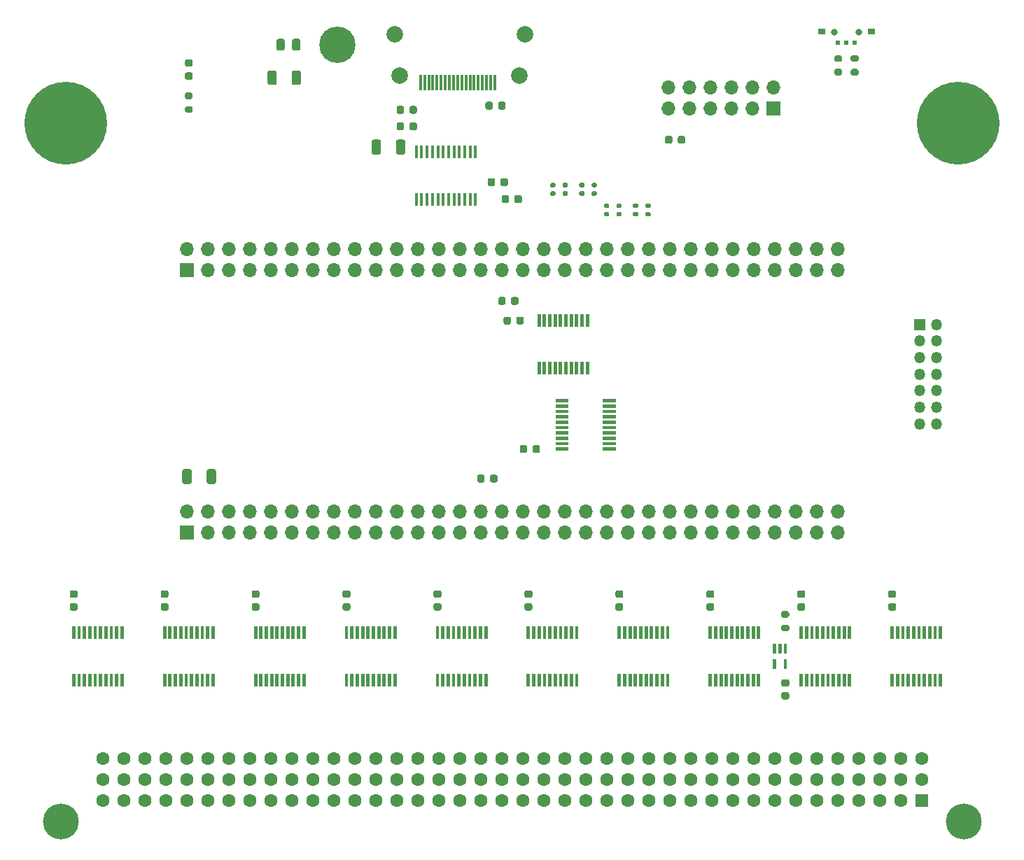
<source format=gbr>
%TF.GenerationSoftware,KiCad,Pcbnew,(5.1.9-0-10_14)*%
%TF.CreationDate,2023-06-03T10:49:55+02:00*%
%TF.ProjectId,IIsi-to-ztex,49497369-2d74-46f2-9d7a-7465782e6b69,rev?*%
%TF.SameCoordinates,Original*%
%TF.FileFunction,Soldermask,Top*%
%TF.FilePolarity,Negative*%
%FSLAX46Y46*%
G04 Gerber Fmt 4.6, Leading zero omitted, Abs format (unit mm)*
G04 Created by KiCad (PCBNEW (5.1.9-0-10_14)) date 2023-06-03 10:49:55*
%MOMM*%
%LPD*%
G01*
G04 APERTURE LIST*
%ADD10C,0.800000*%
%ADD11R,0.900000X0.700000*%
%ADD12R,0.600000X0.510000*%
%ADD13O,1.700000X1.700000*%
%ADD14R,1.700000X1.700000*%
%ADD15R,0.410000X1.570000*%
%ADD16C,2.000000*%
%ADD17R,0.300000X1.900000*%
%ADD18C,4.400000*%
%ADD19C,10.000000*%
%ADD20R,1.350000X1.350000*%
%ADD21O,1.350000X1.350000*%
%ADD22C,4.335000*%
%ADD23C,1.605000*%
%ADD24R,1.605000X1.605000*%
G04 APERTURE END LIST*
D10*
%TO.C,S1*%
X193500000Y-54500000D03*
X196500000Y-54500000D03*
D11*
X198000000Y-54425000D03*
X192000000Y-54425000D03*
D12*
X196000000Y-55780000D03*
X195000000Y-55780000D03*
X194000000Y-55780000D03*
%TD*%
%TO.C,C24*%
G36*
G01*
X141505000Y-63630000D02*
X141505000Y-64130000D01*
G75*
G02*
X141280000Y-64355000I-225000J0D01*
G01*
X140830000Y-64355000D01*
G75*
G02*
X140605000Y-64130000I0J225000D01*
G01*
X140605000Y-63630000D01*
G75*
G02*
X140830000Y-63405000I225000J0D01*
G01*
X141280000Y-63405000D01*
G75*
G02*
X141505000Y-63630000I0J-225000D01*
G01*
G37*
G36*
G01*
X143055000Y-63630000D02*
X143055000Y-64130000D01*
G75*
G02*
X142830000Y-64355000I-225000J0D01*
G01*
X142380000Y-64355000D01*
G75*
G02*
X142155000Y-64130000I0J225000D01*
G01*
X142155000Y-63630000D01*
G75*
G02*
X142380000Y-63405000I225000J0D01*
G01*
X142830000Y-63405000D01*
G75*
G02*
X143055000Y-63630000I0J-225000D01*
G01*
G37*
%TD*%
%TO.C,R11*%
G36*
G01*
X187885000Y-125325000D02*
X187335000Y-125325000D01*
G75*
G02*
X187135000Y-125125000I0J200000D01*
G01*
X187135000Y-124725000D01*
G75*
G02*
X187335000Y-124525000I200000J0D01*
G01*
X187885000Y-124525000D01*
G75*
G02*
X188085000Y-124725000I0J-200000D01*
G01*
X188085000Y-125125000D01*
G75*
G02*
X187885000Y-125325000I-200000J0D01*
G01*
G37*
G36*
G01*
X187885000Y-126975000D02*
X187335000Y-126975000D01*
G75*
G02*
X187135000Y-126775000I0J200000D01*
G01*
X187135000Y-126375000D01*
G75*
G02*
X187335000Y-126175000I200000J0D01*
G01*
X187885000Y-126175000D01*
G75*
G02*
X188085000Y-126375000I0J-200000D01*
G01*
X188085000Y-126775000D01*
G75*
G02*
X187885000Y-126975000I-200000J0D01*
G01*
G37*
%TD*%
%TO.C,U14*%
G36*
G01*
X187430000Y-130365000D02*
X187790000Y-130365000D01*
G75*
G02*
X187810000Y-130385000I0J-20000D01*
G01*
X187810000Y-131535000D01*
G75*
G02*
X187790000Y-131555000I-20000J0D01*
G01*
X187430000Y-131555000D01*
G75*
G02*
X187410000Y-131535000I0J20000D01*
G01*
X187410000Y-130385000D01*
G75*
G02*
X187430000Y-130365000I20000J0D01*
G01*
G37*
G36*
G01*
X186130000Y-130365000D02*
X186490000Y-130365000D01*
G75*
G02*
X186510000Y-130385000I0J-20000D01*
G01*
X186510000Y-131535000D01*
G75*
G02*
X186490000Y-131555000I-20000J0D01*
G01*
X186130000Y-131555000D01*
G75*
G02*
X186110000Y-131535000I0J20000D01*
G01*
X186110000Y-130385000D01*
G75*
G02*
X186130000Y-130365000I20000J0D01*
G01*
G37*
G36*
G01*
X186130000Y-128445000D02*
X186490000Y-128445000D01*
G75*
G02*
X186510000Y-128465000I0J-20000D01*
G01*
X186510000Y-129615000D01*
G75*
G02*
X186490000Y-129635000I-20000J0D01*
G01*
X186130000Y-129635000D01*
G75*
G02*
X186110000Y-129615000I0J20000D01*
G01*
X186110000Y-128465000D01*
G75*
G02*
X186130000Y-128445000I20000J0D01*
G01*
G37*
G36*
G01*
X186780000Y-128445000D02*
X187140000Y-128445000D01*
G75*
G02*
X187160000Y-128465000I0J-20000D01*
G01*
X187160000Y-129615000D01*
G75*
G02*
X187140000Y-129635000I-20000J0D01*
G01*
X186780000Y-129635000D01*
G75*
G02*
X186760000Y-129615000I0J20000D01*
G01*
X186760000Y-128465000D01*
G75*
G02*
X186780000Y-128445000I20000J0D01*
G01*
G37*
G36*
G01*
X187430000Y-128445000D02*
X187790000Y-128445000D01*
G75*
G02*
X187810000Y-128465000I0J-20000D01*
G01*
X187810000Y-129615000D01*
G75*
G02*
X187790000Y-129635000I-20000J0D01*
G01*
X187430000Y-129635000D01*
G75*
G02*
X187410000Y-129615000I0J20000D01*
G01*
X187410000Y-128465000D01*
G75*
G02*
X187430000Y-128445000I20000J0D01*
G01*
G37*
%TD*%
%TO.C,C23*%
G36*
G01*
X187860000Y-133675000D02*
X187360000Y-133675000D01*
G75*
G02*
X187135000Y-133450000I0J225000D01*
G01*
X187135000Y-133000000D01*
G75*
G02*
X187360000Y-132775000I225000J0D01*
G01*
X187860000Y-132775000D01*
G75*
G02*
X188085000Y-133000000I0J-225000D01*
G01*
X188085000Y-133450000D01*
G75*
G02*
X187860000Y-133675000I-225000J0D01*
G01*
G37*
G36*
G01*
X187860000Y-135225000D02*
X187360000Y-135225000D01*
G75*
G02*
X187135000Y-135000000I0J225000D01*
G01*
X187135000Y-134550000D01*
G75*
G02*
X187360000Y-134325000I225000J0D01*
G01*
X187860000Y-134325000D01*
G75*
G02*
X188085000Y-134550000I0J-225000D01*
G01*
X188085000Y-135000000D01*
G75*
G02*
X187860000Y-135225000I-225000J0D01*
G01*
G37*
%TD*%
%TO.C,R10*%
G36*
G01*
X170815000Y-76240000D02*
X171185000Y-76240000D01*
G75*
G02*
X171320000Y-76375000I0J-135000D01*
G01*
X171320000Y-76645000D01*
G75*
G02*
X171185000Y-76780000I-135000J0D01*
G01*
X170815000Y-76780000D01*
G75*
G02*
X170680000Y-76645000I0J135000D01*
G01*
X170680000Y-76375000D01*
G75*
G02*
X170815000Y-76240000I135000J0D01*
G01*
G37*
G36*
G01*
X170815000Y-75220000D02*
X171185000Y-75220000D01*
G75*
G02*
X171320000Y-75355000I0J-135000D01*
G01*
X171320000Y-75625000D01*
G75*
G02*
X171185000Y-75760000I-135000J0D01*
G01*
X170815000Y-75760000D01*
G75*
G02*
X170680000Y-75625000I0J135000D01*
G01*
X170680000Y-75355000D01*
G75*
G02*
X170815000Y-75220000I135000J0D01*
G01*
G37*
%TD*%
%TO.C,R9*%
G36*
G01*
X165815000Y-76240000D02*
X166185000Y-76240000D01*
G75*
G02*
X166320000Y-76375000I0J-135000D01*
G01*
X166320000Y-76645000D01*
G75*
G02*
X166185000Y-76780000I-135000J0D01*
G01*
X165815000Y-76780000D01*
G75*
G02*
X165680000Y-76645000I0J135000D01*
G01*
X165680000Y-76375000D01*
G75*
G02*
X165815000Y-76240000I135000J0D01*
G01*
G37*
G36*
G01*
X165815000Y-75220000D02*
X166185000Y-75220000D01*
G75*
G02*
X166320000Y-75355000I0J-135000D01*
G01*
X166320000Y-75625000D01*
G75*
G02*
X166185000Y-75760000I-135000J0D01*
G01*
X165815000Y-75760000D01*
G75*
G02*
X165680000Y-75625000I0J135000D01*
G01*
X165680000Y-75355000D01*
G75*
G02*
X165815000Y-75220000I135000J0D01*
G01*
G37*
%TD*%
%TO.C,R8*%
G36*
G01*
X162815000Y-73740000D02*
X163185000Y-73740000D01*
G75*
G02*
X163320000Y-73875000I0J-135000D01*
G01*
X163320000Y-74145000D01*
G75*
G02*
X163185000Y-74280000I-135000J0D01*
G01*
X162815000Y-74280000D01*
G75*
G02*
X162680000Y-74145000I0J135000D01*
G01*
X162680000Y-73875000D01*
G75*
G02*
X162815000Y-73740000I135000J0D01*
G01*
G37*
G36*
G01*
X162815000Y-72720000D02*
X163185000Y-72720000D01*
G75*
G02*
X163320000Y-72855000I0J-135000D01*
G01*
X163320000Y-73125000D01*
G75*
G02*
X163185000Y-73260000I-135000J0D01*
G01*
X162815000Y-73260000D01*
G75*
G02*
X162680000Y-73125000I0J135000D01*
G01*
X162680000Y-72855000D01*
G75*
G02*
X162815000Y-72720000I135000J0D01*
G01*
G37*
%TD*%
%TO.C,R7*%
G36*
G01*
X159315000Y-73740000D02*
X159685000Y-73740000D01*
G75*
G02*
X159820000Y-73875000I0J-135000D01*
G01*
X159820000Y-74145000D01*
G75*
G02*
X159685000Y-74280000I-135000J0D01*
G01*
X159315000Y-74280000D01*
G75*
G02*
X159180000Y-74145000I0J135000D01*
G01*
X159180000Y-73875000D01*
G75*
G02*
X159315000Y-73740000I135000J0D01*
G01*
G37*
G36*
G01*
X159315000Y-72720000D02*
X159685000Y-72720000D01*
G75*
G02*
X159820000Y-72855000I0J-135000D01*
G01*
X159820000Y-73125000D01*
G75*
G02*
X159685000Y-73260000I-135000J0D01*
G01*
X159315000Y-73260000D01*
G75*
G02*
X159180000Y-73125000I0J135000D01*
G01*
X159180000Y-72855000D01*
G75*
G02*
X159315000Y-72720000I135000J0D01*
G01*
G37*
%TD*%
%TO.C,R6*%
G36*
G01*
X169685000Y-75760000D02*
X169315000Y-75760000D01*
G75*
G02*
X169180000Y-75625000I0J135000D01*
G01*
X169180000Y-75355000D01*
G75*
G02*
X169315000Y-75220000I135000J0D01*
G01*
X169685000Y-75220000D01*
G75*
G02*
X169820000Y-75355000I0J-135000D01*
G01*
X169820000Y-75625000D01*
G75*
G02*
X169685000Y-75760000I-135000J0D01*
G01*
G37*
G36*
G01*
X169685000Y-76780000D02*
X169315000Y-76780000D01*
G75*
G02*
X169180000Y-76645000I0J135000D01*
G01*
X169180000Y-76375000D01*
G75*
G02*
X169315000Y-76240000I135000J0D01*
G01*
X169685000Y-76240000D01*
G75*
G02*
X169820000Y-76375000I0J-135000D01*
G01*
X169820000Y-76645000D01*
G75*
G02*
X169685000Y-76780000I-135000J0D01*
G01*
G37*
%TD*%
%TO.C,R5*%
G36*
G01*
X167685000Y-75760000D02*
X167315000Y-75760000D01*
G75*
G02*
X167180000Y-75625000I0J135000D01*
G01*
X167180000Y-75355000D01*
G75*
G02*
X167315000Y-75220000I135000J0D01*
G01*
X167685000Y-75220000D01*
G75*
G02*
X167820000Y-75355000I0J-135000D01*
G01*
X167820000Y-75625000D01*
G75*
G02*
X167685000Y-75760000I-135000J0D01*
G01*
G37*
G36*
G01*
X167685000Y-76780000D02*
X167315000Y-76780000D01*
G75*
G02*
X167180000Y-76645000I0J135000D01*
G01*
X167180000Y-76375000D01*
G75*
G02*
X167315000Y-76240000I135000J0D01*
G01*
X167685000Y-76240000D01*
G75*
G02*
X167820000Y-76375000I0J-135000D01*
G01*
X167820000Y-76645000D01*
G75*
G02*
X167685000Y-76780000I-135000J0D01*
G01*
G37*
%TD*%
%TO.C,R4*%
G36*
G01*
X164685000Y-73260000D02*
X164315000Y-73260000D01*
G75*
G02*
X164180000Y-73125000I0J135000D01*
G01*
X164180000Y-72855000D01*
G75*
G02*
X164315000Y-72720000I135000J0D01*
G01*
X164685000Y-72720000D01*
G75*
G02*
X164820000Y-72855000I0J-135000D01*
G01*
X164820000Y-73125000D01*
G75*
G02*
X164685000Y-73260000I-135000J0D01*
G01*
G37*
G36*
G01*
X164685000Y-74280000D02*
X164315000Y-74280000D01*
G75*
G02*
X164180000Y-74145000I0J135000D01*
G01*
X164180000Y-73875000D01*
G75*
G02*
X164315000Y-73740000I135000J0D01*
G01*
X164685000Y-73740000D01*
G75*
G02*
X164820000Y-73875000I0J-135000D01*
G01*
X164820000Y-74145000D01*
G75*
G02*
X164685000Y-74280000I-135000J0D01*
G01*
G37*
%TD*%
%TO.C,R3*%
G36*
G01*
X161185000Y-73260000D02*
X160815000Y-73260000D01*
G75*
G02*
X160680000Y-73125000I0J135000D01*
G01*
X160680000Y-72855000D01*
G75*
G02*
X160815000Y-72720000I135000J0D01*
G01*
X161185000Y-72720000D01*
G75*
G02*
X161320000Y-72855000I0J-135000D01*
G01*
X161320000Y-73125000D01*
G75*
G02*
X161185000Y-73260000I-135000J0D01*
G01*
G37*
G36*
G01*
X161185000Y-74280000D02*
X160815000Y-74280000D01*
G75*
G02*
X160680000Y-74145000I0J135000D01*
G01*
X160680000Y-73875000D01*
G75*
G02*
X160815000Y-73740000I135000J0D01*
G01*
X161185000Y-73740000D01*
G75*
G02*
X161320000Y-73875000I0J-135000D01*
G01*
X161320000Y-74145000D01*
G75*
G02*
X161185000Y-74280000I-135000J0D01*
G01*
G37*
%TD*%
%TO.C,U13*%
G36*
G01*
X158009500Y-90165000D02*
X157640500Y-90165000D01*
G75*
G02*
X157620000Y-90144500I0J20500D01*
G01*
X157620000Y-88615500D01*
G75*
G02*
X157640500Y-88595000I20500J0D01*
G01*
X158009500Y-88595000D01*
G75*
G02*
X158030000Y-88615500I0J-20500D01*
G01*
X158030000Y-90144500D01*
G75*
G02*
X158009500Y-90165000I-20500J0D01*
G01*
G37*
G36*
G01*
X158659500Y-90165000D02*
X158290500Y-90165000D01*
G75*
G02*
X158270000Y-90144500I0J20500D01*
G01*
X158270000Y-88615500D01*
G75*
G02*
X158290500Y-88595000I20500J0D01*
G01*
X158659500Y-88595000D01*
G75*
G02*
X158680000Y-88615500I0J-20500D01*
G01*
X158680000Y-90144500D01*
G75*
G02*
X158659500Y-90165000I-20500J0D01*
G01*
G37*
G36*
G01*
X159309500Y-90165000D02*
X158940500Y-90165000D01*
G75*
G02*
X158920000Y-90144500I0J20500D01*
G01*
X158920000Y-88615500D01*
G75*
G02*
X158940500Y-88595000I20500J0D01*
G01*
X159309500Y-88595000D01*
G75*
G02*
X159330000Y-88615500I0J-20500D01*
G01*
X159330000Y-90144500D01*
G75*
G02*
X159309500Y-90165000I-20500J0D01*
G01*
G37*
G36*
G01*
X159959500Y-90165000D02*
X159590500Y-90165000D01*
G75*
G02*
X159570000Y-90144500I0J20500D01*
G01*
X159570000Y-88615500D01*
G75*
G02*
X159590500Y-88595000I20500J0D01*
G01*
X159959500Y-88595000D01*
G75*
G02*
X159980000Y-88615500I0J-20500D01*
G01*
X159980000Y-90144500D01*
G75*
G02*
X159959500Y-90165000I-20500J0D01*
G01*
G37*
G36*
G01*
X160609500Y-90165000D02*
X160240500Y-90165000D01*
G75*
G02*
X160220000Y-90144500I0J20500D01*
G01*
X160220000Y-88615500D01*
G75*
G02*
X160240500Y-88595000I20500J0D01*
G01*
X160609500Y-88595000D01*
G75*
G02*
X160630000Y-88615500I0J-20500D01*
G01*
X160630000Y-90144500D01*
G75*
G02*
X160609500Y-90165000I-20500J0D01*
G01*
G37*
G36*
G01*
X161259500Y-90165000D02*
X160890500Y-90165000D01*
G75*
G02*
X160870000Y-90144500I0J20500D01*
G01*
X160870000Y-88615500D01*
G75*
G02*
X160890500Y-88595000I20500J0D01*
G01*
X161259500Y-88595000D01*
G75*
G02*
X161280000Y-88615500I0J-20500D01*
G01*
X161280000Y-90144500D01*
G75*
G02*
X161259500Y-90165000I-20500J0D01*
G01*
G37*
G36*
G01*
X161909500Y-90165000D02*
X161540500Y-90165000D01*
G75*
G02*
X161520000Y-90144500I0J20500D01*
G01*
X161520000Y-88615500D01*
G75*
G02*
X161540500Y-88595000I20500J0D01*
G01*
X161909500Y-88595000D01*
G75*
G02*
X161930000Y-88615500I0J-20500D01*
G01*
X161930000Y-90144500D01*
G75*
G02*
X161909500Y-90165000I-20500J0D01*
G01*
G37*
G36*
G01*
X162559500Y-90165000D02*
X162190500Y-90165000D01*
G75*
G02*
X162170000Y-90144500I0J20500D01*
G01*
X162170000Y-88615500D01*
G75*
G02*
X162190500Y-88595000I20500J0D01*
G01*
X162559500Y-88595000D01*
G75*
G02*
X162580000Y-88615500I0J-20500D01*
G01*
X162580000Y-90144500D01*
G75*
G02*
X162559500Y-90165000I-20500J0D01*
G01*
G37*
G36*
G01*
X163209500Y-90165000D02*
X162840500Y-90165000D01*
G75*
G02*
X162820000Y-90144500I0J20500D01*
G01*
X162820000Y-88615500D01*
G75*
G02*
X162840500Y-88595000I20500J0D01*
G01*
X163209500Y-88595000D01*
G75*
G02*
X163230000Y-88615500I0J-20500D01*
G01*
X163230000Y-90144500D01*
G75*
G02*
X163209500Y-90165000I-20500J0D01*
G01*
G37*
G36*
G01*
X163859500Y-90165000D02*
X163490500Y-90165000D01*
G75*
G02*
X163470000Y-90144500I0J20500D01*
G01*
X163470000Y-88615500D01*
G75*
G02*
X163490500Y-88595000I20500J0D01*
G01*
X163859500Y-88595000D01*
G75*
G02*
X163880000Y-88615500I0J-20500D01*
G01*
X163880000Y-90144500D01*
G75*
G02*
X163859500Y-90165000I-20500J0D01*
G01*
G37*
G36*
G01*
X163859500Y-95905000D02*
X163490500Y-95905000D01*
G75*
G02*
X163470000Y-95884500I0J20500D01*
G01*
X163470000Y-94355500D01*
G75*
G02*
X163490500Y-94335000I20500J0D01*
G01*
X163859500Y-94335000D01*
G75*
G02*
X163880000Y-94355500I0J-20500D01*
G01*
X163880000Y-95884500D01*
G75*
G02*
X163859500Y-95905000I-20500J0D01*
G01*
G37*
G36*
G01*
X163209500Y-95905000D02*
X162840500Y-95905000D01*
G75*
G02*
X162820000Y-95884500I0J20500D01*
G01*
X162820000Y-94355500D01*
G75*
G02*
X162840500Y-94335000I20500J0D01*
G01*
X163209500Y-94335000D01*
G75*
G02*
X163230000Y-94355500I0J-20500D01*
G01*
X163230000Y-95884500D01*
G75*
G02*
X163209500Y-95905000I-20500J0D01*
G01*
G37*
G36*
G01*
X162559500Y-95905000D02*
X162190500Y-95905000D01*
G75*
G02*
X162170000Y-95884500I0J20500D01*
G01*
X162170000Y-94355500D01*
G75*
G02*
X162190500Y-94335000I20500J0D01*
G01*
X162559500Y-94335000D01*
G75*
G02*
X162580000Y-94355500I0J-20500D01*
G01*
X162580000Y-95884500D01*
G75*
G02*
X162559500Y-95905000I-20500J0D01*
G01*
G37*
G36*
G01*
X161909500Y-95905000D02*
X161540500Y-95905000D01*
G75*
G02*
X161520000Y-95884500I0J20500D01*
G01*
X161520000Y-94355500D01*
G75*
G02*
X161540500Y-94335000I20500J0D01*
G01*
X161909500Y-94335000D01*
G75*
G02*
X161930000Y-94355500I0J-20500D01*
G01*
X161930000Y-95884500D01*
G75*
G02*
X161909500Y-95905000I-20500J0D01*
G01*
G37*
G36*
G01*
X161259500Y-95905000D02*
X160890500Y-95905000D01*
G75*
G02*
X160870000Y-95884500I0J20500D01*
G01*
X160870000Y-94355500D01*
G75*
G02*
X160890500Y-94335000I20500J0D01*
G01*
X161259500Y-94335000D01*
G75*
G02*
X161280000Y-94355500I0J-20500D01*
G01*
X161280000Y-95884500D01*
G75*
G02*
X161259500Y-95905000I-20500J0D01*
G01*
G37*
G36*
G01*
X160609500Y-95905000D02*
X160240500Y-95905000D01*
G75*
G02*
X160220000Y-95884500I0J20500D01*
G01*
X160220000Y-94355500D01*
G75*
G02*
X160240500Y-94335000I20500J0D01*
G01*
X160609500Y-94335000D01*
G75*
G02*
X160630000Y-94355500I0J-20500D01*
G01*
X160630000Y-95884500D01*
G75*
G02*
X160609500Y-95905000I-20500J0D01*
G01*
G37*
G36*
G01*
X159959500Y-95905000D02*
X159590500Y-95905000D01*
G75*
G02*
X159570000Y-95884500I0J20500D01*
G01*
X159570000Y-94355500D01*
G75*
G02*
X159590500Y-94335000I20500J0D01*
G01*
X159959500Y-94335000D01*
G75*
G02*
X159980000Y-94355500I0J-20500D01*
G01*
X159980000Y-95884500D01*
G75*
G02*
X159959500Y-95905000I-20500J0D01*
G01*
G37*
G36*
G01*
X159309500Y-95905000D02*
X158940500Y-95905000D01*
G75*
G02*
X158920000Y-95884500I0J20500D01*
G01*
X158920000Y-94355500D01*
G75*
G02*
X158940500Y-94335000I20500J0D01*
G01*
X159309500Y-94335000D01*
G75*
G02*
X159330000Y-94355500I0J-20500D01*
G01*
X159330000Y-95884500D01*
G75*
G02*
X159309500Y-95905000I-20500J0D01*
G01*
G37*
G36*
G01*
X158659500Y-95905000D02*
X158290500Y-95905000D01*
G75*
G02*
X158270000Y-95884500I0J20500D01*
G01*
X158270000Y-94355500D01*
G75*
G02*
X158290500Y-94335000I20500J0D01*
G01*
X158659500Y-94335000D01*
G75*
G02*
X158680000Y-94355500I0J-20500D01*
G01*
X158680000Y-95884500D01*
G75*
G02*
X158659500Y-95905000I-20500J0D01*
G01*
G37*
G36*
G01*
X158009500Y-95905000D02*
X157640500Y-95905000D01*
G75*
G02*
X157620000Y-95884500I0J20500D01*
G01*
X157620000Y-94355500D01*
G75*
G02*
X157640500Y-94335000I20500J0D01*
G01*
X158009500Y-94335000D01*
G75*
G02*
X158030000Y-94355500I0J-20500D01*
G01*
X158030000Y-95884500D01*
G75*
G02*
X158009500Y-95905000I-20500J0D01*
G01*
G37*
%TD*%
%TO.C,R15*%
G36*
G01*
X196275000Y-58075000D02*
X195725000Y-58075000D01*
G75*
G02*
X195525000Y-57875000I0J200000D01*
G01*
X195525000Y-57475000D01*
G75*
G02*
X195725000Y-57275000I200000J0D01*
G01*
X196275000Y-57275000D01*
G75*
G02*
X196475000Y-57475000I0J-200000D01*
G01*
X196475000Y-57875000D01*
G75*
G02*
X196275000Y-58075000I-200000J0D01*
G01*
G37*
G36*
G01*
X196275000Y-59725000D02*
X195725000Y-59725000D01*
G75*
G02*
X195525000Y-59525000I0J200000D01*
G01*
X195525000Y-59125000D01*
G75*
G02*
X195725000Y-58925000I200000J0D01*
G01*
X196275000Y-58925000D01*
G75*
G02*
X196475000Y-59125000I0J-200000D01*
G01*
X196475000Y-59525000D01*
G75*
G02*
X196275000Y-59725000I-200000J0D01*
G01*
G37*
%TD*%
%TO.C,R14*%
G36*
G01*
X194275000Y-58075000D02*
X193725000Y-58075000D01*
G75*
G02*
X193525000Y-57875000I0J200000D01*
G01*
X193525000Y-57475000D01*
G75*
G02*
X193725000Y-57275000I200000J0D01*
G01*
X194275000Y-57275000D01*
G75*
G02*
X194475000Y-57475000I0J-200000D01*
G01*
X194475000Y-57875000D01*
G75*
G02*
X194275000Y-58075000I-200000J0D01*
G01*
G37*
G36*
G01*
X194275000Y-59725000D02*
X193725000Y-59725000D01*
G75*
G02*
X193525000Y-59525000I0J200000D01*
G01*
X193525000Y-59125000D01*
G75*
G02*
X193725000Y-58925000I200000J0D01*
G01*
X194275000Y-58925000D01*
G75*
G02*
X194475000Y-59125000I0J-200000D01*
G01*
X194475000Y-59525000D01*
G75*
G02*
X194275000Y-59725000I-200000J0D01*
G01*
G37*
%TD*%
%TO.C,C22*%
G36*
G01*
X154425000Y-89130000D02*
X154425000Y-89630000D01*
G75*
G02*
X154200000Y-89855000I-225000J0D01*
G01*
X153750000Y-89855000D01*
G75*
G02*
X153525000Y-89630000I0J225000D01*
G01*
X153525000Y-89130000D01*
G75*
G02*
X153750000Y-88905000I225000J0D01*
G01*
X154200000Y-88905000D01*
G75*
G02*
X154425000Y-89130000I0J-225000D01*
G01*
G37*
G36*
G01*
X155975000Y-89130000D02*
X155975000Y-89630000D01*
G75*
G02*
X155750000Y-89855000I-225000J0D01*
G01*
X155300000Y-89855000D01*
G75*
G02*
X155075000Y-89630000I0J225000D01*
G01*
X155075000Y-89130000D01*
G75*
G02*
X155300000Y-88905000I225000J0D01*
G01*
X155750000Y-88905000D01*
G75*
G02*
X155975000Y-89130000I0J-225000D01*
G01*
G37*
%TD*%
D13*
%TO.C,J4*%
X173510000Y-61210000D03*
X173510000Y-63750000D03*
X176050000Y-61210000D03*
X176050000Y-63750000D03*
X178590000Y-61210000D03*
X178590000Y-63750000D03*
X181130000Y-61210000D03*
X181130000Y-63750000D03*
X183670000Y-61210000D03*
X183670000Y-63750000D03*
X186210000Y-61210000D03*
D14*
X186210000Y-63750000D03*
%TD*%
%TO.C,C21*%
G36*
G01*
X174610000Y-67750000D02*
X174610000Y-67250000D01*
G75*
G02*
X174835000Y-67025000I225000J0D01*
G01*
X175285000Y-67025000D01*
G75*
G02*
X175510000Y-67250000I0J-225000D01*
G01*
X175510000Y-67750000D01*
G75*
G02*
X175285000Y-67975000I-225000J0D01*
G01*
X174835000Y-67975000D01*
G75*
G02*
X174610000Y-67750000I0J225000D01*
G01*
G37*
G36*
G01*
X173060000Y-67750000D02*
X173060000Y-67250000D01*
G75*
G02*
X173285000Y-67025000I225000J0D01*
G01*
X173735000Y-67025000D01*
G75*
G02*
X173960000Y-67250000I0J-225000D01*
G01*
X173960000Y-67750000D01*
G75*
G02*
X173735000Y-67975000I-225000J0D01*
G01*
X173285000Y-67975000D01*
G75*
G02*
X173060000Y-67750000I0J225000D01*
G01*
G37*
%TD*%
D15*
%TO.C,U12*%
X142980000Y-68940000D03*
X143630000Y-68940000D03*
X144280000Y-68940000D03*
X144930000Y-68940000D03*
X145580000Y-68940000D03*
X146230000Y-68940000D03*
X146880000Y-68940000D03*
X147530000Y-68940000D03*
X148180000Y-68940000D03*
X148830000Y-68940000D03*
X149480000Y-68940000D03*
X150130000Y-68940000D03*
X150130000Y-74680000D03*
X149480000Y-74680000D03*
X148830000Y-74680000D03*
X148180000Y-74680000D03*
X147530000Y-74680000D03*
X146880000Y-74680000D03*
X146230000Y-74680000D03*
X145580000Y-74680000D03*
X144930000Y-74680000D03*
X144280000Y-74680000D03*
X143630000Y-74680000D03*
X142980000Y-74680000D03*
%TD*%
%TO.C,R2*%
G36*
G01*
X126097500Y-59374997D02*
X126097500Y-60625003D01*
G75*
G02*
X125847503Y-60875000I-249997J0D01*
G01*
X125222497Y-60875000D01*
G75*
G02*
X124972500Y-60625003I0J249997D01*
G01*
X124972500Y-59374997D01*
G75*
G02*
X125222497Y-59125000I249997J0D01*
G01*
X125847503Y-59125000D01*
G75*
G02*
X126097500Y-59374997I0J-249997D01*
G01*
G37*
G36*
G01*
X129022500Y-59374997D02*
X129022500Y-60625003D01*
G75*
G02*
X128772503Y-60875000I-249997J0D01*
G01*
X128147497Y-60875000D01*
G75*
G02*
X127897500Y-60625003I0J249997D01*
G01*
X127897500Y-59374997D01*
G75*
G02*
X128147497Y-59125000I249997J0D01*
G01*
X128772503Y-59125000D01*
G75*
G02*
X129022500Y-59374997I0J-249997D01*
G01*
G37*
%TD*%
D16*
%TO.C,J3*%
X156080000Y-54770000D03*
X140380000Y-54770000D03*
X155480000Y-59720000D03*
X140980000Y-59720000D03*
D17*
X152480000Y-60620000D03*
X151980000Y-60620000D03*
X151480000Y-60620000D03*
X150980000Y-60620000D03*
X150480000Y-60620000D03*
X149980000Y-60620000D03*
X149480000Y-60620000D03*
X148980000Y-60620000D03*
X148480000Y-60620000D03*
X147980000Y-60620000D03*
X147480000Y-60620000D03*
X146980000Y-60620000D03*
X146480000Y-60620000D03*
X145980000Y-60620000D03*
X145480000Y-60620000D03*
X144980000Y-60620000D03*
X144480000Y-60620000D03*
X143980000Y-60620000D03*
X143480000Y-60620000D03*
%TD*%
D18*
%TO.C,H5*%
X133460000Y-56000000D03*
%TD*%
%TO.C,C20*%
G36*
G01*
X127060000Y-55525000D02*
X127060000Y-56475000D01*
G75*
G02*
X126810000Y-56725000I-250000J0D01*
G01*
X126310000Y-56725000D01*
G75*
G02*
X126060000Y-56475000I0J250000D01*
G01*
X126060000Y-55525000D01*
G75*
G02*
X126310000Y-55275000I250000J0D01*
G01*
X126810000Y-55275000D01*
G75*
G02*
X127060000Y-55525000I0J-250000D01*
G01*
G37*
G36*
G01*
X128960000Y-55525000D02*
X128960000Y-56475000D01*
G75*
G02*
X128710000Y-56725000I-250000J0D01*
G01*
X128210000Y-56725000D01*
G75*
G02*
X127960000Y-56475000I0J250000D01*
G01*
X127960000Y-55525000D01*
G75*
G02*
X128210000Y-55275000I250000J0D01*
G01*
X128710000Y-55275000D01*
G75*
G02*
X128960000Y-55525000I0J-250000D01*
G01*
G37*
%TD*%
%TO.C,C19*%
G36*
G01*
X152880000Y-63630000D02*
X152880000Y-63130000D01*
G75*
G02*
X153105000Y-62905000I225000J0D01*
G01*
X153555000Y-62905000D01*
G75*
G02*
X153780000Y-63130000I0J-225000D01*
G01*
X153780000Y-63630000D01*
G75*
G02*
X153555000Y-63855000I-225000J0D01*
G01*
X153105000Y-63855000D01*
G75*
G02*
X152880000Y-63630000I0J225000D01*
G01*
G37*
G36*
G01*
X151330000Y-63630000D02*
X151330000Y-63130000D01*
G75*
G02*
X151555000Y-62905000I225000J0D01*
G01*
X152005000Y-62905000D01*
G75*
G02*
X152230000Y-63130000I0J-225000D01*
G01*
X152230000Y-63630000D01*
G75*
G02*
X152005000Y-63855000I-225000J0D01*
G01*
X151555000Y-63855000D01*
G75*
G02*
X151330000Y-63630000I0J225000D01*
G01*
G37*
%TD*%
%TO.C,C18*%
G36*
G01*
X153155000Y-72880000D02*
X153155000Y-72380000D01*
G75*
G02*
X153380000Y-72155000I225000J0D01*
G01*
X153830000Y-72155000D01*
G75*
G02*
X154055000Y-72380000I0J-225000D01*
G01*
X154055000Y-72880000D01*
G75*
G02*
X153830000Y-73105000I-225000J0D01*
G01*
X153380000Y-73105000D01*
G75*
G02*
X153155000Y-72880000I0J225000D01*
G01*
G37*
G36*
G01*
X151605000Y-72880000D02*
X151605000Y-72380000D01*
G75*
G02*
X151830000Y-72155000I225000J0D01*
G01*
X152280000Y-72155000D01*
G75*
G02*
X152505000Y-72380000I0J-225000D01*
G01*
X152505000Y-72880000D01*
G75*
G02*
X152280000Y-73105000I-225000J0D01*
G01*
X151830000Y-73105000D01*
G75*
G02*
X151605000Y-72880000I0J225000D01*
G01*
G37*
%TD*%
%TO.C,C17*%
G36*
G01*
X154850000Y-74930000D02*
X154850000Y-74430000D01*
G75*
G02*
X155075000Y-74205000I225000J0D01*
G01*
X155525000Y-74205000D01*
G75*
G02*
X155750000Y-74430000I0J-225000D01*
G01*
X155750000Y-74930000D01*
G75*
G02*
X155525000Y-75155000I-225000J0D01*
G01*
X155075000Y-75155000D01*
G75*
G02*
X154850000Y-74930000I0J225000D01*
G01*
G37*
G36*
G01*
X153300000Y-74930000D02*
X153300000Y-74430000D01*
G75*
G02*
X153525000Y-74205000I225000J0D01*
G01*
X153975000Y-74205000D01*
G75*
G02*
X154200000Y-74430000I0J-225000D01*
G01*
X154200000Y-74930000D01*
G75*
G02*
X153975000Y-75155000I-225000J0D01*
G01*
X153525000Y-75155000D01*
G75*
G02*
X153300000Y-74930000I0J225000D01*
G01*
G37*
%TD*%
%TO.C,C16*%
G36*
G01*
X138705000Y-67729999D02*
X138705000Y-69030001D01*
G75*
G02*
X138455001Y-69280000I-249999J0D01*
G01*
X137804999Y-69280000D01*
G75*
G02*
X137555000Y-69030001I0J249999D01*
G01*
X137555000Y-67729999D01*
G75*
G02*
X137804999Y-67480000I249999J0D01*
G01*
X138455001Y-67480000D01*
G75*
G02*
X138705000Y-67729999I0J-249999D01*
G01*
G37*
G36*
G01*
X141655000Y-67729999D02*
X141655000Y-69030001D01*
G75*
G02*
X141405001Y-69280000I-249999J0D01*
G01*
X140754999Y-69280000D01*
G75*
G02*
X140505000Y-69030001I0J249999D01*
G01*
X140505000Y-67729999D01*
G75*
G02*
X140754999Y-67480000I249999J0D01*
G01*
X141405001Y-67480000D01*
G75*
G02*
X141655000Y-67729999I0J-249999D01*
G01*
G37*
%TD*%
%TO.C,C15*%
G36*
G01*
X141505000Y-65630000D02*
X141505000Y-66130000D01*
G75*
G02*
X141280000Y-66355000I-225000J0D01*
G01*
X140830000Y-66355000D01*
G75*
G02*
X140605000Y-66130000I0J225000D01*
G01*
X140605000Y-65630000D01*
G75*
G02*
X140830000Y-65405000I225000J0D01*
G01*
X141280000Y-65405000D01*
G75*
G02*
X141505000Y-65630000I0J-225000D01*
G01*
G37*
G36*
G01*
X143055000Y-65630000D02*
X143055000Y-66130000D01*
G75*
G02*
X142830000Y-66355000I-225000J0D01*
G01*
X142380000Y-66355000D01*
G75*
G02*
X142155000Y-66130000I0J225000D01*
G01*
X142155000Y-65630000D01*
G75*
G02*
X142380000Y-65405000I225000J0D01*
G01*
X142830000Y-65405000D01*
G75*
G02*
X143055000Y-65630000I0J-225000D01*
G01*
G37*
%TD*%
D19*
%TO.C,H2*%
X208570000Y-65450000D03*
%TD*%
%TO.C,H1*%
X100570000Y-65450000D03*
%TD*%
%TO.C,U11*%
G36*
G01*
X161375000Y-104740500D02*
X161375000Y-105109500D01*
G75*
G02*
X161354500Y-105130000I-20500J0D01*
G01*
X159825500Y-105130000D01*
G75*
G02*
X159805000Y-105109500I0J20500D01*
G01*
X159805000Y-104740500D01*
G75*
G02*
X159825500Y-104720000I20500J0D01*
G01*
X161354500Y-104720000D01*
G75*
G02*
X161375000Y-104740500I0J-20500D01*
G01*
G37*
G36*
G01*
X161375000Y-104090500D02*
X161375000Y-104459500D01*
G75*
G02*
X161354500Y-104480000I-20500J0D01*
G01*
X159825500Y-104480000D01*
G75*
G02*
X159805000Y-104459500I0J20500D01*
G01*
X159805000Y-104090500D01*
G75*
G02*
X159825500Y-104070000I20500J0D01*
G01*
X161354500Y-104070000D01*
G75*
G02*
X161375000Y-104090500I0J-20500D01*
G01*
G37*
G36*
G01*
X161375000Y-103440500D02*
X161375000Y-103809500D01*
G75*
G02*
X161354500Y-103830000I-20500J0D01*
G01*
X159825500Y-103830000D01*
G75*
G02*
X159805000Y-103809500I0J20500D01*
G01*
X159805000Y-103440500D01*
G75*
G02*
X159825500Y-103420000I20500J0D01*
G01*
X161354500Y-103420000D01*
G75*
G02*
X161375000Y-103440500I0J-20500D01*
G01*
G37*
G36*
G01*
X161375000Y-102790500D02*
X161375000Y-103159500D01*
G75*
G02*
X161354500Y-103180000I-20500J0D01*
G01*
X159825500Y-103180000D01*
G75*
G02*
X159805000Y-103159500I0J20500D01*
G01*
X159805000Y-102790500D01*
G75*
G02*
X159825500Y-102770000I20500J0D01*
G01*
X161354500Y-102770000D01*
G75*
G02*
X161375000Y-102790500I0J-20500D01*
G01*
G37*
G36*
G01*
X161375000Y-102140500D02*
X161375000Y-102509500D01*
G75*
G02*
X161354500Y-102530000I-20500J0D01*
G01*
X159825500Y-102530000D01*
G75*
G02*
X159805000Y-102509500I0J20500D01*
G01*
X159805000Y-102140500D01*
G75*
G02*
X159825500Y-102120000I20500J0D01*
G01*
X161354500Y-102120000D01*
G75*
G02*
X161375000Y-102140500I0J-20500D01*
G01*
G37*
G36*
G01*
X161375000Y-101490500D02*
X161375000Y-101859500D01*
G75*
G02*
X161354500Y-101880000I-20500J0D01*
G01*
X159825500Y-101880000D01*
G75*
G02*
X159805000Y-101859500I0J20500D01*
G01*
X159805000Y-101490500D01*
G75*
G02*
X159825500Y-101470000I20500J0D01*
G01*
X161354500Y-101470000D01*
G75*
G02*
X161375000Y-101490500I0J-20500D01*
G01*
G37*
G36*
G01*
X161375000Y-100840500D02*
X161375000Y-101209500D01*
G75*
G02*
X161354500Y-101230000I-20500J0D01*
G01*
X159825500Y-101230000D01*
G75*
G02*
X159805000Y-101209500I0J20500D01*
G01*
X159805000Y-100840500D01*
G75*
G02*
X159825500Y-100820000I20500J0D01*
G01*
X161354500Y-100820000D01*
G75*
G02*
X161375000Y-100840500I0J-20500D01*
G01*
G37*
G36*
G01*
X161375000Y-100190500D02*
X161375000Y-100559500D01*
G75*
G02*
X161354500Y-100580000I-20500J0D01*
G01*
X159825500Y-100580000D01*
G75*
G02*
X159805000Y-100559500I0J20500D01*
G01*
X159805000Y-100190500D01*
G75*
G02*
X159825500Y-100170000I20500J0D01*
G01*
X161354500Y-100170000D01*
G75*
G02*
X161375000Y-100190500I0J-20500D01*
G01*
G37*
G36*
G01*
X161375000Y-99540500D02*
X161375000Y-99909500D01*
G75*
G02*
X161354500Y-99930000I-20500J0D01*
G01*
X159825500Y-99930000D01*
G75*
G02*
X159805000Y-99909500I0J20500D01*
G01*
X159805000Y-99540500D01*
G75*
G02*
X159825500Y-99520000I20500J0D01*
G01*
X161354500Y-99520000D01*
G75*
G02*
X161375000Y-99540500I0J-20500D01*
G01*
G37*
G36*
G01*
X161375000Y-98890500D02*
X161375000Y-99259500D01*
G75*
G02*
X161354500Y-99280000I-20500J0D01*
G01*
X159825500Y-99280000D01*
G75*
G02*
X159805000Y-99259500I0J20500D01*
G01*
X159805000Y-98890500D01*
G75*
G02*
X159825500Y-98870000I20500J0D01*
G01*
X161354500Y-98870000D01*
G75*
G02*
X161375000Y-98890500I0J-20500D01*
G01*
G37*
G36*
G01*
X167115000Y-98890500D02*
X167115000Y-99259500D01*
G75*
G02*
X167094500Y-99280000I-20500J0D01*
G01*
X165565500Y-99280000D01*
G75*
G02*
X165545000Y-99259500I0J20500D01*
G01*
X165545000Y-98890500D01*
G75*
G02*
X165565500Y-98870000I20500J0D01*
G01*
X167094500Y-98870000D01*
G75*
G02*
X167115000Y-98890500I0J-20500D01*
G01*
G37*
G36*
G01*
X167115000Y-99540500D02*
X167115000Y-99909500D01*
G75*
G02*
X167094500Y-99930000I-20500J0D01*
G01*
X165565500Y-99930000D01*
G75*
G02*
X165545000Y-99909500I0J20500D01*
G01*
X165545000Y-99540500D01*
G75*
G02*
X165565500Y-99520000I20500J0D01*
G01*
X167094500Y-99520000D01*
G75*
G02*
X167115000Y-99540500I0J-20500D01*
G01*
G37*
G36*
G01*
X167115000Y-100190500D02*
X167115000Y-100559500D01*
G75*
G02*
X167094500Y-100580000I-20500J0D01*
G01*
X165565500Y-100580000D01*
G75*
G02*
X165545000Y-100559500I0J20500D01*
G01*
X165545000Y-100190500D01*
G75*
G02*
X165565500Y-100170000I20500J0D01*
G01*
X167094500Y-100170000D01*
G75*
G02*
X167115000Y-100190500I0J-20500D01*
G01*
G37*
G36*
G01*
X167115000Y-100840500D02*
X167115000Y-101209500D01*
G75*
G02*
X167094500Y-101230000I-20500J0D01*
G01*
X165565500Y-101230000D01*
G75*
G02*
X165545000Y-101209500I0J20500D01*
G01*
X165545000Y-100840500D01*
G75*
G02*
X165565500Y-100820000I20500J0D01*
G01*
X167094500Y-100820000D01*
G75*
G02*
X167115000Y-100840500I0J-20500D01*
G01*
G37*
G36*
G01*
X167115000Y-101490500D02*
X167115000Y-101859500D01*
G75*
G02*
X167094500Y-101880000I-20500J0D01*
G01*
X165565500Y-101880000D01*
G75*
G02*
X165545000Y-101859500I0J20500D01*
G01*
X165545000Y-101490500D01*
G75*
G02*
X165565500Y-101470000I20500J0D01*
G01*
X167094500Y-101470000D01*
G75*
G02*
X167115000Y-101490500I0J-20500D01*
G01*
G37*
G36*
G01*
X167115000Y-102140500D02*
X167115000Y-102509500D01*
G75*
G02*
X167094500Y-102530000I-20500J0D01*
G01*
X165565500Y-102530000D01*
G75*
G02*
X165545000Y-102509500I0J20500D01*
G01*
X165545000Y-102140500D01*
G75*
G02*
X165565500Y-102120000I20500J0D01*
G01*
X167094500Y-102120000D01*
G75*
G02*
X167115000Y-102140500I0J-20500D01*
G01*
G37*
G36*
G01*
X167115000Y-102790500D02*
X167115000Y-103159500D01*
G75*
G02*
X167094500Y-103180000I-20500J0D01*
G01*
X165565500Y-103180000D01*
G75*
G02*
X165545000Y-103159500I0J20500D01*
G01*
X165545000Y-102790500D01*
G75*
G02*
X165565500Y-102770000I20500J0D01*
G01*
X167094500Y-102770000D01*
G75*
G02*
X167115000Y-102790500I0J-20500D01*
G01*
G37*
G36*
G01*
X167115000Y-103440500D02*
X167115000Y-103809500D01*
G75*
G02*
X167094500Y-103830000I-20500J0D01*
G01*
X165565500Y-103830000D01*
G75*
G02*
X165545000Y-103809500I0J20500D01*
G01*
X165545000Y-103440500D01*
G75*
G02*
X165565500Y-103420000I20500J0D01*
G01*
X167094500Y-103420000D01*
G75*
G02*
X167115000Y-103440500I0J-20500D01*
G01*
G37*
G36*
G01*
X167115000Y-104090500D02*
X167115000Y-104459500D01*
G75*
G02*
X167094500Y-104480000I-20500J0D01*
G01*
X165565500Y-104480000D01*
G75*
G02*
X165545000Y-104459500I0J20500D01*
G01*
X165545000Y-104090500D01*
G75*
G02*
X165565500Y-104070000I20500J0D01*
G01*
X167094500Y-104070000D01*
G75*
G02*
X167115000Y-104090500I0J-20500D01*
G01*
G37*
G36*
G01*
X167115000Y-104740500D02*
X167115000Y-105109500D01*
G75*
G02*
X167094500Y-105130000I-20500J0D01*
G01*
X165565500Y-105130000D01*
G75*
G02*
X165545000Y-105109500I0J20500D01*
G01*
X165545000Y-104740500D01*
G75*
G02*
X165565500Y-104720000I20500J0D01*
G01*
X167094500Y-104720000D01*
G75*
G02*
X167115000Y-104740500I0J-20500D01*
G01*
G37*
%TD*%
%TO.C,U10*%
G36*
G01*
X101719500Y-127915000D02*
X101350500Y-127915000D01*
G75*
G02*
X101330000Y-127894500I0J20500D01*
G01*
X101330000Y-126365500D01*
G75*
G02*
X101350500Y-126345000I20500J0D01*
G01*
X101719500Y-126345000D01*
G75*
G02*
X101740000Y-126365500I0J-20500D01*
G01*
X101740000Y-127894500D01*
G75*
G02*
X101719500Y-127915000I-20500J0D01*
G01*
G37*
G36*
G01*
X102369500Y-127915000D02*
X102000500Y-127915000D01*
G75*
G02*
X101980000Y-127894500I0J20500D01*
G01*
X101980000Y-126365500D01*
G75*
G02*
X102000500Y-126345000I20500J0D01*
G01*
X102369500Y-126345000D01*
G75*
G02*
X102390000Y-126365500I0J-20500D01*
G01*
X102390000Y-127894500D01*
G75*
G02*
X102369500Y-127915000I-20500J0D01*
G01*
G37*
G36*
G01*
X103019500Y-127915000D02*
X102650500Y-127915000D01*
G75*
G02*
X102630000Y-127894500I0J20500D01*
G01*
X102630000Y-126365500D01*
G75*
G02*
X102650500Y-126345000I20500J0D01*
G01*
X103019500Y-126345000D01*
G75*
G02*
X103040000Y-126365500I0J-20500D01*
G01*
X103040000Y-127894500D01*
G75*
G02*
X103019500Y-127915000I-20500J0D01*
G01*
G37*
G36*
G01*
X103669500Y-127915000D02*
X103300500Y-127915000D01*
G75*
G02*
X103280000Y-127894500I0J20500D01*
G01*
X103280000Y-126365500D01*
G75*
G02*
X103300500Y-126345000I20500J0D01*
G01*
X103669500Y-126345000D01*
G75*
G02*
X103690000Y-126365500I0J-20500D01*
G01*
X103690000Y-127894500D01*
G75*
G02*
X103669500Y-127915000I-20500J0D01*
G01*
G37*
G36*
G01*
X104319500Y-127915000D02*
X103950500Y-127915000D01*
G75*
G02*
X103930000Y-127894500I0J20500D01*
G01*
X103930000Y-126365500D01*
G75*
G02*
X103950500Y-126345000I20500J0D01*
G01*
X104319500Y-126345000D01*
G75*
G02*
X104340000Y-126365500I0J-20500D01*
G01*
X104340000Y-127894500D01*
G75*
G02*
X104319500Y-127915000I-20500J0D01*
G01*
G37*
G36*
G01*
X104969500Y-127915000D02*
X104600500Y-127915000D01*
G75*
G02*
X104580000Y-127894500I0J20500D01*
G01*
X104580000Y-126365500D01*
G75*
G02*
X104600500Y-126345000I20500J0D01*
G01*
X104969500Y-126345000D01*
G75*
G02*
X104990000Y-126365500I0J-20500D01*
G01*
X104990000Y-127894500D01*
G75*
G02*
X104969500Y-127915000I-20500J0D01*
G01*
G37*
G36*
G01*
X105619500Y-127915000D02*
X105250500Y-127915000D01*
G75*
G02*
X105230000Y-127894500I0J20500D01*
G01*
X105230000Y-126365500D01*
G75*
G02*
X105250500Y-126345000I20500J0D01*
G01*
X105619500Y-126345000D01*
G75*
G02*
X105640000Y-126365500I0J-20500D01*
G01*
X105640000Y-127894500D01*
G75*
G02*
X105619500Y-127915000I-20500J0D01*
G01*
G37*
G36*
G01*
X106269500Y-127915000D02*
X105900500Y-127915000D01*
G75*
G02*
X105880000Y-127894500I0J20500D01*
G01*
X105880000Y-126365500D01*
G75*
G02*
X105900500Y-126345000I20500J0D01*
G01*
X106269500Y-126345000D01*
G75*
G02*
X106290000Y-126365500I0J-20500D01*
G01*
X106290000Y-127894500D01*
G75*
G02*
X106269500Y-127915000I-20500J0D01*
G01*
G37*
G36*
G01*
X106919500Y-127915000D02*
X106550500Y-127915000D01*
G75*
G02*
X106530000Y-127894500I0J20500D01*
G01*
X106530000Y-126365500D01*
G75*
G02*
X106550500Y-126345000I20500J0D01*
G01*
X106919500Y-126345000D01*
G75*
G02*
X106940000Y-126365500I0J-20500D01*
G01*
X106940000Y-127894500D01*
G75*
G02*
X106919500Y-127915000I-20500J0D01*
G01*
G37*
G36*
G01*
X107569500Y-127915000D02*
X107200500Y-127915000D01*
G75*
G02*
X107180000Y-127894500I0J20500D01*
G01*
X107180000Y-126365500D01*
G75*
G02*
X107200500Y-126345000I20500J0D01*
G01*
X107569500Y-126345000D01*
G75*
G02*
X107590000Y-126365500I0J-20500D01*
G01*
X107590000Y-127894500D01*
G75*
G02*
X107569500Y-127915000I-20500J0D01*
G01*
G37*
G36*
G01*
X107569500Y-133655000D02*
X107200500Y-133655000D01*
G75*
G02*
X107180000Y-133634500I0J20500D01*
G01*
X107180000Y-132105500D01*
G75*
G02*
X107200500Y-132085000I20500J0D01*
G01*
X107569500Y-132085000D01*
G75*
G02*
X107590000Y-132105500I0J-20500D01*
G01*
X107590000Y-133634500D01*
G75*
G02*
X107569500Y-133655000I-20500J0D01*
G01*
G37*
G36*
G01*
X106919500Y-133655000D02*
X106550500Y-133655000D01*
G75*
G02*
X106530000Y-133634500I0J20500D01*
G01*
X106530000Y-132105500D01*
G75*
G02*
X106550500Y-132085000I20500J0D01*
G01*
X106919500Y-132085000D01*
G75*
G02*
X106940000Y-132105500I0J-20500D01*
G01*
X106940000Y-133634500D01*
G75*
G02*
X106919500Y-133655000I-20500J0D01*
G01*
G37*
G36*
G01*
X106269500Y-133655000D02*
X105900500Y-133655000D01*
G75*
G02*
X105880000Y-133634500I0J20500D01*
G01*
X105880000Y-132105500D01*
G75*
G02*
X105900500Y-132085000I20500J0D01*
G01*
X106269500Y-132085000D01*
G75*
G02*
X106290000Y-132105500I0J-20500D01*
G01*
X106290000Y-133634500D01*
G75*
G02*
X106269500Y-133655000I-20500J0D01*
G01*
G37*
G36*
G01*
X105619500Y-133655000D02*
X105250500Y-133655000D01*
G75*
G02*
X105230000Y-133634500I0J20500D01*
G01*
X105230000Y-132105500D01*
G75*
G02*
X105250500Y-132085000I20500J0D01*
G01*
X105619500Y-132085000D01*
G75*
G02*
X105640000Y-132105500I0J-20500D01*
G01*
X105640000Y-133634500D01*
G75*
G02*
X105619500Y-133655000I-20500J0D01*
G01*
G37*
G36*
G01*
X104969500Y-133655000D02*
X104600500Y-133655000D01*
G75*
G02*
X104580000Y-133634500I0J20500D01*
G01*
X104580000Y-132105500D01*
G75*
G02*
X104600500Y-132085000I20500J0D01*
G01*
X104969500Y-132085000D01*
G75*
G02*
X104990000Y-132105500I0J-20500D01*
G01*
X104990000Y-133634500D01*
G75*
G02*
X104969500Y-133655000I-20500J0D01*
G01*
G37*
G36*
G01*
X104319500Y-133655000D02*
X103950500Y-133655000D01*
G75*
G02*
X103930000Y-133634500I0J20500D01*
G01*
X103930000Y-132105500D01*
G75*
G02*
X103950500Y-132085000I20500J0D01*
G01*
X104319500Y-132085000D01*
G75*
G02*
X104340000Y-132105500I0J-20500D01*
G01*
X104340000Y-133634500D01*
G75*
G02*
X104319500Y-133655000I-20500J0D01*
G01*
G37*
G36*
G01*
X103669500Y-133655000D02*
X103300500Y-133655000D01*
G75*
G02*
X103280000Y-133634500I0J20500D01*
G01*
X103280000Y-132105500D01*
G75*
G02*
X103300500Y-132085000I20500J0D01*
G01*
X103669500Y-132085000D01*
G75*
G02*
X103690000Y-132105500I0J-20500D01*
G01*
X103690000Y-133634500D01*
G75*
G02*
X103669500Y-133655000I-20500J0D01*
G01*
G37*
G36*
G01*
X103019500Y-133655000D02*
X102650500Y-133655000D01*
G75*
G02*
X102630000Y-133634500I0J20500D01*
G01*
X102630000Y-132105500D01*
G75*
G02*
X102650500Y-132085000I20500J0D01*
G01*
X103019500Y-132085000D01*
G75*
G02*
X103040000Y-132105500I0J-20500D01*
G01*
X103040000Y-133634500D01*
G75*
G02*
X103019500Y-133655000I-20500J0D01*
G01*
G37*
G36*
G01*
X102369500Y-133655000D02*
X102000500Y-133655000D01*
G75*
G02*
X101980000Y-133634500I0J20500D01*
G01*
X101980000Y-132105500D01*
G75*
G02*
X102000500Y-132085000I20500J0D01*
G01*
X102369500Y-132085000D01*
G75*
G02*
X102390000Y-132105500I0J-20500D01*
G01*
X102390000Y-133634500D01*
G75*
G02*
X102369500Y-133655000I-20500J0D01*
G01*
G37*
G36*
G01*
X101719500Y-133655000D02*
X101350500Y-133655000D01*
G75*
G02*
X101330000Y-133634500I0J20500D01*
G01*
X101330000Y-132105500D01*
G75*
G02*
X101350500Y-132085000I20500J0D01*
G01*
X101719500Y-132085000D01*
G75*
G02*
X101740000Y-132105500I0J-20500D01*
G01*
X101740000Y-133634500D01*
G75*
G02*
X101719500Y-133655000I-20500J0D01*
G01*
G37*
%TD*%
%TO.C,U9*%
G36*
G01*
X112719500Y-127915000D02*
X112350500Y-127915000D01*
G75*
G02*
X112330000Y-127894500I0J20500D01*
G01*
X112330000Y-126365500D01*
G75*
G02*
X112350500Y-126345000I20500J0D01*
G01*
X112719500Y-126345000D01*
G75*
G02*
X112740000Y-126365500I0J-20500D01*
G01*
X112740000Y-127894500D01*
G75*
G02*
X112719500Y-127915000I-20500J0D01*
G01*
G37*
G36*
G01*
X113369500Y-127915000D02*
X113000500Y-127915000D01*
G75*
G02*
X112980000Y-127894500I0J20500D01*
G01*
X112980000Y-126365500D01*
G75*
G02*
X113000500Y-126345000I20500J0D01*
G01*
X113369500Y-126345000D01*
G75*
G02*
X113390000Y-126365500I0J-20500D01*
G01*
X113390000Y-127894500D01*
G75*
G02*
X113369500Y-127915000I-20500J0D01*
G01*
G37*
G36*
G01*
X114019500Y-127915000D02*
X113650500Y-127915000D01*
G75*
G02*
X113630000Y-127894500I0J20500D01*
G01*
X113630000Y-126365500D01*
G75*
G02*
X113650500Y-126345000I20500J0D01*
G01*
X114019500Y-126345000D01*
G75*
G02*
X114040000Y-126365500I0J-20500D01*
G01*
X114040000Y-127894500D01*
G75*
G02*
X114019500Y-127915000I-20500J0D01*
G01*
G37*
G36*
G01*
X114669500Y-127915000D02*
X114300500Y-127915000D01*
G75*
G02*
X114280000Y-127894500I0J20500D01*
G01*
X114280000Y-126365500D01*
G75*
G02*
X114300500Y-126345000I20500J0D01*
G01*
X114669500Y-126345000D01*
G75*
G02*
X114690000Y-126365500I0J-20500D01*
G01*
X114690000Y-127894500D01*
G75*
G02*
X114669500Y-127915000I-20500J0D01*
G01*
G37*
G36*
G01*
X115319500Y-127915000D02*
X114950500Y-127915000D01*
G75*
G02*
X114930000Y-127894500I0J20500D01*
G01*
X114930000Y-126365500D01*
G75*
G02*
X114950500Y-126345000I20500J0D01*
G01*
X115319500Y-126345000D01*
G75*
G02*
X115340000Y-126365500I0J-20500D01*
G01*
X115340000Y-127894500D01*
G75*
G02*
X115319500Y-127915000I-20500J0D01*
G01*
G37*
G36*
G01*
X115969500Y-127915000D02*
X115600500Y-127915000D01*
G75*
G02*
X115580000Y-127894500I0J20500D01*
G01*
X115580000Y-126365500D01*
G75*
G02*
X115600500Y-126345000I20500J0D01*
G01*
X115969500Y-126345000D01*
G75*
G02*
X115990000Y-126365500I0J-20500D01*
G01*
X115990000Y-127894500D01*
G75*
G02*
X115969500Y-127915000I-20500J0D01*
G01*
G37*
G36*
G01*
X116619500Y-127915000D02*
X116250500Y-127915000D01*
G75*
G02*
X116230000Y-127894500I0J20500D01*
G01*
X116230000Y-126365500D01*
G75*
G02*
X116250500Y-126345000I20500J0D01*
G01*
X116619500Y-126345000D01*
G75*
G02*
X116640000Y-126365500I0J-20500D01*
G01*
X116640000Y-127894500D01*
G75*
G02*
X116619500Y-127915000I-20500J0D01*
G01*
G37*
G36*
G01*
X117269500Y-127915000D02*
X116900500Y-127915000D01*
G75*
G02*
X116880000Y-127894500I0J20500D01*
G01*
X116880000Y-126365500D01*
G75*
G02*
X116900500Y-126345000I20500J0D01*
G01*
X117269500Y-126345000D01*
G75*
G02*
X117290000Y-126365500I0J-20500D01*
G01*
X117290000Y-127894500D01*
G75*
G02*
X117269500Y-127915000I-20500J0D01*
G01*
G37*
G36*
G01*
X117919500Y-127915000D02*
X117550500Y-127915000D01*
G75*
G02*
X117530000Y-127894500I0J20500D01*
G01*
X117530000Y-126365500D01*
G75*
G02*
X117550500Y-126345000I20500J0D01*
G01*
X117919500Y-126345000D01*
G75*
G02*
X117940000Y-126365500I0J-20500D01*
G01*
X117940000Y-127894500D01*
G75*
G02*
X117919500Y-127915000I-20500J0D01*
G01*
G37*
G36*
G01*
X118569500Y-127915000D02*
X118200500Y-127915000D01*
G75*
G02*
X118180000Y-127894500I0J20500D01*
G01*
X118180000Y-126365500D01*
G75*
G02*
X118200500Y-126345000I20500J0D01*
G01*
X118569500Y-126345000D01*
G75*
G02*
X118590000Y-126365500I0J-20500D01*
G01*
X118590000Y-127894500D01*
G75*
G02*
X118569500Y-127915000I-20500J0D01*
G01*
G37*
G36*
G01*
X118569500Y-133655000D02*
X118200500Y-133655000D01*
G75*
G02*
X118180000Y-133634500I0J20500D01*
G01*
X118180000Y-132105500D01*
G75*
G02*
X118200500Y-132085000I20500J0D01*
G01*
X118569500Y-132085000D01*
G75*
G02*
X118590000Y-132105500I0J-20500D01*
G01*
X118590000Y-133634500D01*
G75*
G02*
X118569500Y-133655000I-20500J0D01*
G01*
G37*
G36*
G01*
X117919500Y-133655000D02*
X117550500Y-133655000D01*
G75*
G02*
X117530000Y-133634500I0J20500D01*
G01*
X117530000Y-132105500D01*
G75*
G02*
X117550500Y-132085000I20500J0D01*
G01*
X117919500Y-132085000D01*
G75*
G02*
X117940000Y-132105500I0J-20500D01*
G01*
X117940000Y-133634500D01*
G75*
G02*
X117919500Y-133655000I-20500J0D01*
G01*
G37*
G36*
G01*
X117269500Y-133655000D02*
X116900500Y-133655000D01*
G75*
G02*
X116880000Y-133634500I0J20500D01*
G01*
X116880000Y-132105500D01*
G75*
G02*
X116900500Y-132085000I20500J0D01*
G01*
X117269500Y-132085000D01*
G75*
G02*
X117290000Y-132105500I0J-20500D01*
G01*
X117290000Y-133634500D01*
G75*
G02*
X117269500Y-133655000I-20500J0D01*
G01*
G37*
G36*
G01*
X116619500Y-133655000D02*
X116250500Y-133655000D01*
G75*
G02*
X116230000Y-133634500I0J20500D01*
G01*
X116230000Y-132105500D01*
G75*
G02*
X116250500Y-132085000I20500J0D01*
G01*
X116619500Y-132085000D01*
G75*
G02*
X116640000Y-132105500I0J-20500D01*
G01*
X116640000Y-133634500D01*
G75*
G02*
X116619500Y-133655000I-20500J0D01*
G01*
G37*
G36*
G01*
X115969500Y-133655000D02*
X115600500Y-133655000D01*
G75*
G02*
X115580000Y-133634500I0J20500D01*
G01*
X115580000Y-132105500D01*
G75*
G02*
X115600500Y-132085000I20500J0D01*
G01*
X115969500Y-132085000D01*
G75*
G02*
X115990000Y-132105500I0J-20500D01*
G01*
X115990000Y-133634500D01*
G75*
G02*
X115969500Y-133655000I-20500J0D01*
G01*
G37*
G36*
G01*
X115319500Y-133655000D02*
X114950500Y-133655000D01*
G75*
G02*
X114930000Y-133634500I0J20500D01*
G01*
X114930000Y-132105500D01*
G75*
G02*
X114950500Y-132085000I20500J0D01*
G01*
X115319500Y-132085000D01*
G75*
G02*
X115340000Y-132105500I0J-20500D01*
G01*
X115340000Y-133634500D01*
G75*
G02*
X115319500Y-133655000I-20500J0D01*
G01*
G37*
G36*
G01*
X114669500Y-133655000D02*
X114300500Y-133655000D01*
G75*
G02*
X114280000Y-133634500I0J20500D01*
G01*
X114280000Y-132105500D01*
G75*
G02*
X114300500Y-132085000I20500J0D01*
G01*
X114669500Y-132085000D01*
G75*
G02*
X114690000Y-132105500I0J-20500D01*
G01*
X114690000Y-133634500D01*
G75*
G02*
X114669500Y-133655000I-20500J0D01*
G01*
G37*
G36*
G01*
X114019500Y-133655000D02*
X113650500Y-133655000D01*
G75*
G02*
X113630000Y-133634500I0J20500D01*
G01*
X113630000Y-132105500D01*
G75*
G02*
X113650500Y-132085000I20500J0D01*
G01*
X114019500Y-132085000D01*
G75*
G02*
X114040000Y-132105500I0J-20500D01*
G01*
X114040000Y-133634500D01*
G75*
G02*
X114019500Y-133655000I-20500J0D01*
G01*
G37*
G36*
G01*
X113369500Y-133655000D02*
X113000500Y-133655000D01*
G75*
G02*
X112980000Y-133634500I0J20500D01*
G01*
X112980000Y-132105500D01*
G75*
G02*
X113000500Y-132085000I20500J0D01*
G01*
X113369500Y-132085000D01*
G75*
G02*
X113390000Y-132105500I0J-20500D01*
G01*
X113390000Y-133634500D01*
G75*
G02*
X113369500Y-133655000I-20500J0D01*
G01*
G37*
G36*
G01*
X112719500Y-133655000D02*
X112350500Y-133655000D01*
G75*
G02*
X112330000Y-133634500I0J20500D01*
G01*
X112330000Y-132105500D01*
G75*
G02*
X112350500Y-132085000I20500J0D01*
G01*
X112719500Y-132085000D01*
G75*
G02*
X112740000Y-132105500I0J-20500D01*
G01*
X112740000Y-133634500D01*
G75*
G02*
X112719500Y-133655000I-20500J0D01*
G01*
G37*
%TD*%
%TO.C,U8*%
G36*
G01*
X123719500Y-127915000D02*
X123350500Y-127915000D01*
G75*
G02*
X123330000Y-127894500I0J20500D01*
G01*
X123330000Y-126365500D01*
G75*
G02*
X123350500Y-126345000I20500J0D01*
G01*
X123719500Y-126345000D01*
G75*
G02*
X123740000Y-126365500I0J-20500D01*
G01*
X123740000Y-127894500D01*
G75*
G02*
X123719500Y-127915000I-20500J0D01*
G01*
G37*
G36*
G01*
X124369500Y-127915000D02*
X124000500Y-127915000D01*
G75*
G02*
X123980000Y-127894500I0J20500D01*
G01*
X123980000Y-126365500D01*
G75*
G02*
X124000500Y-126345000I20500J0D01*
G01*
X124369500Y-126345000D01*
G75*
G02*
X124390000Y-126365500I0J-20500D01*
G01*
X124390000Y-127894500D01*
G75*
G02*
X124369500Y-127915000I-20500J0D01*
G01*
G37*
G36*
G01*
X125019500Y-127915000D02*
X124650500Y-127915000D01*
G75*
G02*
X124630000Y-127894500I0J20500D01*
G01*
X124630000Y-126365500D01*
G75*
G02*
X124650500Y-126345000I20500J0D01*
G01*
X125019500Y-126345000D01*
G75*
G02*
X125040000Y-126365500I0J-20500D01*
G01*
X125040000Y-127894500D01*
G75*
G02*
X125019500Y-127915000I-20500J0D01*
G01*
G37*
G36*
G01*
X125669500Y-127915000D02*
X125300500Y-127915000D01*
G75*
G02*
X125280000Y-127894500I0J20500D01*
G01*
X125280000Y-126365500D01*
G75*
G02*
X125300500Y-126345000I20500J0D01*
G01*
X125669500Y-126345000D01*
G75*
G02*
X125690000Y-126365500I0J-20500D01*
G01*
X125690000Y-127894500D01*
G75*
G02*
X125669500Y-127915000I-20500J0D01*
G01*
G37*
G36*
G01*
X126319500Y-127915000D02*
X125950500Y-127915000D01*
G75*
G02*
X125930000Y-127894500I0J20500D01*
G01*
X125930000Y-126365500D01*
G75*
G02*
X125950500Y-126345000I20500J0D01*
G01*
X126319500Y-126345000D01*
G75*
G02*
X126340000Y-126365500I0J-20500D01*
G01*
X126340000Y-127894500D01*
G75*
G02*
X126319500Y-127915000I-20500J0D01*
G01*
G37*
G36*
G01*
X126969500Y-127915000D02*
X126600500Y-127915000D01*
G75*
G02*
X126580000Y-127894500I0J20500D01*
G01*
X126580000Y-126365500D01*
G75*
G02*
X126600500Y-126345000I20500J0D01*
G01*
X126969500Y-126345000D01*
G75*
G02*
X126990000Y-126365500I0J-20500D01*
G01*
X126990000Y-127894500D01*
G75*
G02*
X126969500Y-127915000I-20500J0D01*
G01*
G37*
G36*
G01*
X127619500Y-127915000D02*
X127250500Y-127915000D01*
G75*
G02*
X127230000Y-127894500I0J20500D01*
G01*
X127230000Y-126365500D01*
G75*
G02*
X127250500Y-126345000I20500J0D01*
G01*
X127619500Y-126345000D01*
G75*
G02*
X127640000Y-126365500I0J-20500D01*
G01*
X127640000Y-127894500D01*
G75*
G02*
X127619500Y-127915000I-20500J0D01*
G01*
G37*
G36*
G01*
X128269500Y-127915000D02*
X127900500Y-127915000D01*
G75*
G02*
X127880000Y-127894500I0J20500D01*
G01*
X127880000Y-126365500D01*
G75*
G02*
X127900500Y-126345000I20500J0D01*
G01*
X128269500Y-126345000D01*
G75*
G02*
X128290000Y-126365500I0J-20500D01*
G01*
X128290000Y-127894500D01*
G75*
G02*
X128269500Y-127915000I-20500J0D01*
G01*
G37*
G36*
G01*
X128919500Y-127915000D02*
X128550500Y-127915000D01*
G75*
G02*
X128530000Y-127894500I0J20500D01*
G01*
X128530000Y-126365500D01*
G75*
G02*
X128550500Y-126345000I20500J0D01*
G01*
X128919500Y-126345000D01*
G75*
G02*
X128940000Y-126365500I0J-20500D01*
G01*
X128940000Y-127894500D01*
G75*
G02*
X128919500Y-127915000I-20500J0D01*
G01*
G37*
G36*
G01*
X129569500Y-127915000D02*
X129200500Y-127915000D01*
G75*
G02*
X129180000Y-127894500I0J20500D01*
G01*
X129180000Y-126365500D01*
G75*
G02*
X129200500Y-126345000I20500J0D01*
G01*
X129569500Y-126345000D01*
G75*
G02*
X129590000Y-126365500I0J-20500D01*
G01*
X129590000Y-127894500D01*
G75*
G02*
X129569500Y-127915000I-20500J0D01*
G01*
G37*
G36*
G01*
X129569500Y-133655000D02*
X129200500Y-133655000D01*
G75*
G02*
X129180000Y-133634500I0J20500D01*
G01*
X129180000Y-132105500D01*
G75*
G02*
X129200500Y-132085000I20500J0D01*
G01*
X129569500Y-132085000D01*
G75*
G02*
X129590000Y-132105500I0J-20500D01*
G01*
X129590000Y-133634500D01*
G75*
G02*
X129569500Y-133655000I-20500J0D01*
G01*
G37*
G36*
G01*
X128919500Y-133655000D02*
X128550500Y-133655000D01*
G75*
G02*
X128530000Y-133634500I0J20500D01*
G01*
X128530000Y-132105500D01*
G75*
G02*
X128550500Y-132085000I20500J0D01*
G01*
X128919500Y-132085000D01*
G75*
G02*
X128940000Y-132105500I0J-20500D01*
G01*
X128940000Y-133634500D01*
G75*
G02*
X128919500Y-133655000I-20500J0D01*
G01*
G37*
G36*
G01*
X128269500Y-133655000D02*
X127900500Y-133655000D01*
G75*
G02*
X127880000Y-133634500I0J20500D01*
G01*
X127880000Y-132105500D01*
G75*
G02*
X127900500Y-132085000I20500J0D01*
G01*
X128269500Y-132085000D01*
G75*
G02*
X128290000Y-132105500I0J-20500D01*
G01*
X128290000Y-133634500D01*
G75*
G02*
X128269500Y-133655000I-20500J0D01*
G01*
G37*
G36*
G01*
X127619500Y-133655000D02*
X127250500Y-133655000D01*
G75*
G02*
X127230000Y-133634500I0J20500D01*
G01*
X127230000Y-132105500D01*
G75*
G02*
X127250500Y-132085000I20500J0D01*
G01*
X127619500Y-132085000D01*
G75*
G02*
X127640000Y-132105500I0J-20500D01*
G01*
X127640000Y-133634500D01*
G75*
G02*
X127619500Y-133655000I-20500J0D01*
G01*
G37*
G36*
G01*
X126969500Y-133655000D02*
X126600500Y-133655000D01*
G75*
G02*
X126580000Y-133634500I0J20500D01*
G01*
X126580000Y-132105500D01*
G75*
G02*
X126600500Y-132085000I20500J0D01*
G01*
X126969500Y-132085000D01*
G75*
G02*
X126990000Y-132105500I0J-20500D01*
G01*
X126990000Y-133634500D01*
G75*
G02*
X126969500Y-133655000I-20500J0D01*
G01*
G37*
G36*
G01*
X126319500Y-133655000D02*
X125950500Y-133655000D01*
G75*
G02*
X125930000Y-133634500I0J20500D01*
G01*
X125930000Y-132105500D01*
G75*
G02*
X125950500Y-132085000I20500J0D01*
G01*
X126319500Y-132085000D01*
G75*
G02*
X126340000Y-132105500I0J-20500D01*
G01*
X126340000Y-133634500D01*
G75*
G02*
X126319500Y-133655000I-20500J0D01*
G01*
G37*
G36*
G01*
X125669500Y-133655000D02*
X125300500Y-133655000D01*
G75*
G02*
X125280000Y-133634500I0J20500D01*
G01*
X125280000Y-132105500D01*
G75*
G02*
X125300500Y-132085000I20500J0D01*
G01*
X125669500Y-132085000D01*
G75*
G02*
X125690000Y-132105500I0J-20500D01*
G01*
X125690000Y-133634500D01*
G75*
G02*
X125669500Y-133655000I-20500J0D01*
G01*
G37*
G36*
G01*
X125019500Y-133655000D02*
X124650500Y-133655000D01*
G75*
G02*
X124630000Y-133634500I0J20500D01*
G01*
X124630000Y-132105500D01*
G75*
G02*
X124650500Y-132085000I20500J0D01*
G01*
X125019500Y-132085000D01*
G75*
G02*
X125040000Y-132105500I0J-20500D01*
G01*
X125040000Y-133634500D01*
G75*
G02*
X125019500Y-133655000I-20500J0D01*
G01*
G37*
G36*
G01*
X124369500Y-133655000D02*
X124000500Y-133655000D01*
G75*
G02*
X123980000Y-133634500I0J20500D01*
G01*
X123980000Y-132105500D01*
G75*
G02*
X124000500Y-132085000I20500J0D01*
G01*
X124369500Y-132085000D01*
G75*
G02*
X124390000Y-132105500I0J-20500D01*
G01*
X124390000Y-133634500D01*
G75*
G02*
X124369500Y-133655000I-20500J0D01*
G01*
G37*
G36*
G01*
X123719500Y-133655000D02*
X123350500Y-133655000D01*
G75*
G02*
X123330000Y-133634500I0J20500D01*
G01*
X123330000Y-132105500D01*
G75*
G02*
X123350500Y-132085000I20500J0D01*
G01*
X123719500Y-132085000D01*
G75*
G02*
X123740000Y-132105500I0J-20500D01*
G01*
X123740000Y-133634500D01*
G75*
G02*
X123719500Y-133655000I-20500J0D01*
G01*
G37*
%TD*%
%TO.C,U7*%
G36*
G01*
X134719500Y-127915000D02*
X134350500Y-127915000D01*
G75*
G02*
X134330000Y-127894500I0J20500D01*
G01*
X134330000Y-126365500D01*
G75*
G02*
X134350500Y-126345000I20500J0D01*
G01*
X134719500Y-126345000D01*
G75*
G02*
X134740000Y-126365500I0J-20500D01*
G01*
X134740000Y-127894500D01*
G75*
G02*
X134719500Y-127915000I-20500J0D01*
G01*
G37*
G36*
G01*
X135369500Y-127915000D02*
X135000500Y-127915000D01*
G75*
G02*
X134980000Y-127894500I0J20500D01*
G01*
X134980000Y-126365500D01*
G75*
G02*
X135000500Y-126345000I20500J0D01*
G01*
X135369500Y-126345000D01*
G75*
G02*
X135390000Y-126365500I0J-20500D01*
G01*
X135390000Y-127894500D01*
G75*
G02*
X135369500Y-127915000I-20500J0D01*
G01*
G37*
G36*
G01*
X136019500Y-127915000D02*
X135650500Y-127915000D01*
G75*
G02*
X135630000Y-127894500I0J20500D01*
G01*
X135630000Y-126365500D01*
G75*
G02*
X135650500Y-126345000I20500J0D01*
G01*
X136019500Y-126345000D01*
G75*
G02*
X136040000Y-126365500I0J-20500D01*
G01*
X136040000Y-127894500D01*
G75*
G02*
X136019500Y-127915000I-20500J0D01*
G01*
G37*
G36*
G01*
X136669500Y-127915000D02*
X136300500Y-127915000D01*
G75*
G02*
X136280000Y-127894500I0J20500D01*
G01*
X136280000Y-126365500D01*
G75*
G02*
X136300500Y-126345000I20500J0D01*
G01*
X136669500Y-126345000D01*
G75*
G02*
X136690000Y-126365500I0J-20500D01*
G01*
X136690000Y-127894500D01*
G75*
G02*
X136669500Y-127915000I-20500J0D01*
G01*
G37*
G36*
G01*
X137319500Y-127915000D02*
X136950500Y-127915000D01*
G75*
G02*
X136930000Y-127894500I0J20500D01*
G01*
X136930000Y-126365500D01*
G75*
G02*
X136950500Y-126345000I20500J0D01*
G01*
X137319500Y-126345000D01*
G75*
G02*
X137340000Y-126365500I0J-20500D01*
G01*
X137340000Y-127894500D01*
G75*
G02*
X137319500Y-127915000I-20500J0D01*
G01*
G37*
G36*
G01*
X137969500Y-127915000D02*
X137600500Y-127915000D01*
G75*
G02*
X137580000Y-127894500I0J20500D01*
G01*
X137580000Y-126365500D01*
G75*
G02*
X137600500Y-126345000I20500J0D01*
G01*
X137969500Y-126345000D01*
G75*
G02*
X137990000Y-126365500I0J-20500D01*
G01*
X137990000Y-127894500D01*
G75*
G02*
X137969500Y-127915000I-20500J0D01*
G01*
G37*
G36*
G01*
X138619500Y-127915000D02*
X138250500Y-127915000D01*
G75*
G02*
X138230000Y-127894500I0J20500D01*
G01*
X138230000Y-126365500D01*
G75*
G02*
X138250500Y-126345000I20500J0D01*
G01*
X138619500Y-126345000D01*
G75*
G02*
X138640000Y-126365500I0J-20500D01*
G01*
X138640000Y-127894500D01*
G75*
G02*
X138619500Y-127915000I-20500J0D01*
G01*
G37*
G36*
G01*
X139269500Y-127915000D02*
X138900500Y-127915000D01*
G75*
G02*
X138880000Y-127894500I0J20500D01*
G01*
X138880000Y-126365500D01*
G75*
G02*
X138900500Y-126345000I20500J0D01*
G01*
X139269500Y-126345000D01*
G75*
G02*
X139290000Y-126365500I0J-20500D01*
G01*
X139290000Y-127894500D01*
G75*
G02*
X139269500Y-127915000I-20500J0D01*
G01*
G37*
G36*
G01*
X139919500Y-127915000D02*
X139550500Y-127915000D01*
G75*
G02*
X139530000Y-127894500I0J20500D01*
G01*
X139530000Y-126365500D01*
G75*
G02*
X139550500Y-126345000I20500J0D01*
G01*
X139919500Y-126345000D01*
G75*
G02*
X139940000Y-126365500I0J-20500D01*
G01*
X139940000Y-127894500D01*
G75*
G02*
X139919500Y-127915000I-20500J0D01*
G01*
G37*
G36*
G01*
X140569500Y-127915000D02*
X140200500Y-127915000D01*
G75*
G02*
X140180000Y-127894500I0J20500D01*
G01*
X140180000Y-126365500D01*
G75*
G02*
X140200500Y-126345000I20500J0D01*
G01*
X140569500Y-126345000D01*
G75*
G02*
X140590000Y-126365500I0J-20500D01*
G01*
X140590000Y-127894500D01*
G75*
G02*
X140569500Y-127915000I-20500J0D01*
G01*
G37*
G36*
G01*
X140569500Y-133655000D02*
X140200500Y-133655000D01*
G75*
G02*
X140180000Y-133634500I0J20500D01*
G01*
X140180000Y-132105500D01*
G75*
G02*
X140200500Y-132085000I20500J0D01*
G01*
X140569500Y-132085000D01*
G75*
G02*
X140590000Y-132105500I0J-20500D01*
G01*
X140590000Y-133634500D01*
G75*
G02*
X140569500Y-133655000I-20500J0D01*
G01*
G37*
G36*
G01*
X139919500Y-133655000D02*
X139550500Y-133655000D01*
G75*
G02*
X139530000Y-133634500I0J20500D01*
G01*
X139530000Y-132105500D01*
G75*
G02*
X139550500Y-132085000I20500J0D01*
G01*
X139919500Y-132085000D01*
G75*
G02*
X139940000Y-132105500I0J-20500D01*
G01*
X139940000Y-133634500D01*
G75*
G02*
X139919500Y-133655000I-20500J0D01*
G01*
G37*
G36*
G01*
X139269500Y-133655000D02*
X138900500Y-133655000D01*
G75*
G02*
X138880000Y-133634500I0J20500D01*
G01*
X138880000Y-132105500D01*
G75*
G02*
X138900500Y-132085000I20500J0D01*
G01*
X139269500Y-132085000D01*
G75*
G02*
X139290000Y-132105500I0J-20500D01*
G01*
X139290000Y-133634500D01*
G75*
G02*
X139269500Y-133655000I-20500J0D01*
G01*
G37*
G36*
G01*
X138619500Y-133655000D02*
X138250500Y-133655000D01*
G75*
G02*
X138230000Y-133634500I0J20500D01*
G01*
X138230000Y-132105500D01*
G75*
G02*
X138250500Y-132085000I20500J0D01*
G01*
X138619500Y-132085000D01*
G75*
G02*
X138640000Y-132105500I0J-20500D01*
G01*
X138640000Y-133634500D01*
G75*
G02*
X138619500Y-133655000I-20500J0D01*
G01*
G37*
G36*
G01*
X137969500Y-133655000D02*
X137600500Y-133655000D01*
G75*
G02*
X137580000Y-133634500I0J20500D01*
G01*
X137580000Y-132105500D01*
G75*
G02*
X137600500Y-132085000I20500J0D01*
G01*
X137969500Y-132085000D01*
G75*
G02*
X137990000Y-132105500I0J-20500D01*
G01*
X137990000Y-133634500D01*
G75*
G02*
X137969500Y-133655000I-20500J0D01*
G01*
G37*
G36*
G01*
X137319500Y-133655000D02*
X136950500Y-133655000D01*
G75*
G02*
X136930000Y-133634500I0J20500D01*
G01*
X136930000Y-132105500D01*
G75*
G02*
X136950500Y-132085000I20500J0D01*
G01*
X137319500Y-132085000D01*
G75*
G02*
X137340000Y-132105500I0J-20500D01*
G01*
X137340000Y-133634500D01*
G75*
G02*
X137319500Y-133655000I-20500J0D01*
G01*
G37*
G36*
G01*
X136669500Y-133655000D02*
X136300500Y-133655000D01*
G75*
G02*
X136280000Y-133634500I0J20500D01*
G01*
X136280000Y-132105500D01*
G75*
G02*
X136300500Y-132085000I20500J0D01*
G01*
X136669500Y-132085000D01*
G75*
G02*
X136690000Y-132105500I0J-20500D01*
G01*
X136690000Y-133634500D01*
G75*
G02*
X136669500Y-133655000I-20500J0D01*
G01*
G37*
G36*
G01*
X136019500Y-133655000D02*
X135650500Y-133655000D01*
G75*
G02*
X135630000Y-133634500I0J20500D01*
G01*
X135630000Y-132105500D01*
G75*
G02*
X135650500Y-132085000I20500J0D01*
G01*
X136019500Y-132085000D01*
G75*
G02*
X136040000Y-132105500I0J-20500D01*
G01*
X136040000Y-133634500D01*
G75*
G02*
X136019500Y-133655000I-20500J0D01*
G01*
G37*
G36*
G01*
X135369500Y-133655000D02*
X135000500Y-133655000D01*
G75*
G02*
X134980000Y-133634500I0J20500D01*
G01*
X134980000Y-132105500D01*
G75*
G02*
X135000500Y-132085000I20500J0D01*
G01*
X135369500Y-132085000D01*
G75*
G02*
X135390000Y-132105500I0J-20500D01*
G01*
X135390000Y-133634500D01*
G75*
G02*
X135369500Y-133655000I-20500J0D01*
G01*
G37*
G36*
G01*
X134719500Y-133655000D02*
X134350500Y-133655000D01*
G75*
G02*
X134330000Y-133634500I0J20500D01*
G01*
X134330000Y-132105500D01*
G75*
G02*
X134350500Y-132085000I20500J0D01*
G01*
X134719500Y-132085000D01*
G75*
G02*
X134740000Y-132105500I0J-20500D01*
G01*
X134740000Y-133634500D01*
G75*
G02*
X134719500Y-133655000I-20500J0D01*
G01*
G37*
%TD*%
%TO.C,U6*%
G36*
G01*
X145719500Y-127915000D02*
X145350500Y-127915000D01*
G75*
G02*
X145330000Y-127894500I0J20500D01*
G01*
X145330000Y-126365500D01*
G75*
G02*
X145350500Y-126345000I20500J0D01*
G01*
X145719500Y-126345000D01*
G75*
G02*
X145740000Y-126365500I0J-20500D01*
G01*
X145740000Y-127894500D01*
G75*
G02*
X145719500Y-127915000I-20500J0D01*
G01*
G37*
G36*
G01*
X146369500Y-127915000D02*
X146000500Y-127915000D01*
G75*
G02*
X145980000Y-127894500I0J20500D01*
G01*
X145980000Y-126365500D01*
G75*
G02*
X146000500Y-126345000I20500J0D01*
G01*
X146369500Y-126345000D01*
G75*
G02*
X146390000Y-126365500I0J-20500D01*
G01*
X146390000Y-127894500D01*
G75*
G02*
X146369500Y-127915000I-20500J0D01*
G01*
G37*
G36*
G01*
X147019500Y-127915000D02*
X146650500Y-127915000D01*
G75*
G02*
X146630000Y-127894500I0J20500D01*
G01*
X146630000Y-126365500D01*
G75*
G02*
X146650500Y-126345000I20500J0D01*
G01*
X147019500Y-126345000D01*
G75*
G02*
X147040000Y-126365500I0J-20500D01*
G01*
X147040000Y-127894500D01*
G75*
G02*
X147019500Y-127915000I-20500J0D01*
G01*
G37*
G36*
G01*
X147669500Y-127915000D02*
X147300500Y-127915000D01*
G75*
G02*
X147280000Y-127894500I0J20500D01*
G01*
X147280000Y-126365500D01*
G75*
G02*
X147300500Y-126345000I20500J0D01*
G01*
X147669500Y-126345000D01*
G75*
G02*
X147690000Y-126365500I0J-20500D01*
G01*
X147690000Y-127894500D01*
G75*
G02*
X147669500Y-127915000I-20500J0D01*
G01*
G37*
G36*
G01*
X148319500Y-127915000D02*
X147950500Y-127915000D01*
G75*
G02*
X147930000Y-127894500I0J20500D01*
G01*
X147930000Y-126365500D01*
G75*
G02*
X147950500Y-126345000I20500J0D01*
G01*
X148319500Y-126345000D01*
G75*
G02*
X148340000Y-126365500I0J-20500D01*
G01*
X148340000Y-127894500D01*
G75*
G02*
X148319500Y-127915000I-20500J0D01*
G01*
G37*
G36*
G01*
X148969500Y-127915000D02*
X148600500Y-127915000D01*
G75*
G02*
X148580000Y-127894500I0J20500D01*
G01*
X148580000Y-126365500D01*
G75*
G02*
X148600500Y-126345000I20500J0D01*
G01*
X148969500Y-126345000D01*
G75*
G02*
X148990000Y-126365500I0J-20500D01*
G01*
X148990000Y-127894500D01*
G75*
G02*
X148969500Y-127915000I-20500J0D01*
G01*
G37*
G36*
G01*
X149619500Y-127915000D02*
X149250500Y-127915000D01*
G75*
G02*
X149230000Y-127894500I0J20500D01*
G01*
X149230000Y-126365500D01*
G75*
G02*
X149250500Y-126345000I20500J0D01*
G01*
X149619500Y-126345000D01*
G75*
G02*
X149640000Y-126365500I0J-20500D01*
G01*
X149640000Y-127894500D01*
G75*
G02*
X149619500Y-127915000I-20500J0D01*
G01*
G37*
G36*
G01*
X150269500Y-127915000D02*
X149900500Y-127915000D01*
G75*
G02*
X149880000Y-127894500I0J20500D01*
G01*
X149880000Y-126365500D01*
G75*
G02*
X149900500Y-126345000I20500J0D01*
G01*
X150269500Y-126345000D01*
G75*
G02*
X150290000Y-126365500I0J-20500D01*
G01*
X150290000Y-127894500D01*
G75*
G02*
X150269500Y-127915000I-20500J0D01*
G01*
G37*
G36*
G01*
X150919500Y-127915000D02*
X150550500Y-127915000D01*
G75*
G02*
X150530000Y-127894500I0J20500D01*
G01*
X150530000Y-126365500D01*
G75*
G02*
X150550500Y-126345000I20500J0D01*
G01*
X150919500Y-126345000D01*
G75*
G02*
X150940000Y-126365500I0J-20500D01*
G01*
X150940000Y-127894500D01*
G75*
G02*
X150919500Y-127915000I-20500J0D01*
G01*
G37*
G36*
G01*
X151569500Y-127915000D02*
X151200500Y-127915000D01*
G75*
G02*
X151180000Y-127894500I0J20500D01*
G01*
X151180000Y-126365500D01*
G75*
G02*
X151200500Y-126345000I20500J0D01*
G01*
X151569500Y-126345000D01*
G75*
G02*
X151590000Y-126365500I0J-20500D01*
G01*
X151590000Y-127894500D01*
G75*
G02*
X151569500Y-127915000I-20500J0D01*
G01*
G37*
G36*
G01*
X151569500Y-133655000D02*
X151200500Y-133655000D01*
G75*
G02*
X151180000Y-133634500I0J20500D01*
G01*
X151180000Y-132105500D01*
G75*
G02*
X151200500Y-132085000I20500J0D01*
G01*
X151569500Y-132085000D01*
G75*
G02*
X151590000Y-132105500I0J-20500D01*
G01*
X151590000Y-133634500D01*
G75*
G02*
X151569500Y-133655000I-20500J0D01*
G01*
G37*
G36*
G01*
X150919500Y-133655000D02*
X150550500Y-133655000D01*
G75*
G02*
X150530000Y-133634500I0J20500D01*
G01*
X150530000Y-132105500D01*
G75*
G02*
X150550500Y-132085000I20500J0D01*
G01*
X150919500Y-132085000D01*
G75*
G02*
X150940000Y-132105500I0J-20500D01*
G01*
X150940000Y-133634500D01*
G75*
G02*
X150919500Y-133655000I-20500J0D01*
G01*
G37*
G36*
G01*
X150269500Y-133655000D02*
X149900500Y-133655000D01*
G75*
G02*
X149880000Y-133634500I0J20500D01*
G01*
X149880000Y-132105500D01*
G75*
G02*
X149900500Y-132085000I20500J0D01*
G01*
X150269500Y-132085000D01*
G75*
G02*
X150290000Y-132105500I0J-20500D01*
G01*
X150290000Y-133634500D01*
G75*
G02*
X150269500Y-133655000I-20500J0D01*
G01*
G37*
G36*
G01*
X149619500Y-133655000D02*
X149250500Y-133655000D01*
G75*
G02*
X149230000Y-133634500I0J20500D01*
G01*
X149230000Y-132105500D01*
G75*
G02*
X149250500Y-132085000I20500J0D01*
G01*
X149619500Y-132085000D01*
G75*
G02*
X149640000Y-132105500I0J-20500D01*
G01*
X149640000Y-133634500D01*
G75*
G02*
X149619500Y-133655000I-20500J0D01*
G01*
G37*
G36*
G01*
X148969500Y-133655000D02*
X148600500Y-133655000D01*
G75*
G02*
X148580000Y-133634500I0J20500D01*
G01*
X148580000Y-132105500D01*
G75*
G02*
X148600500Y-132085000I20500J0D01*
G01*
X148969500Y-132085000D01*
G75*
G02*
X148990000Y-132105500I0J-20500D01*
G01*
X148990000Y-133634500D01*
G75*
G02*
X148969500Y-133655000I-20500J0D01*
G01*
G37*
G36*
G01*
X148319500Y-133655000D02*
X147950500Y-133655000D01*
G75*
G02*
X147930000Y-133634500I0J20500D01*
G01*
X147930000Y-132105500D01*
G75*
G02*
X147950500Y-132085000I20500J0D01*
G01*
X148319500Y-132085000D01*
G75*
G02*
X148340000Y-132105500I0J-20500D01*
G01*
X148340000Y-133634500D01*
G75*
G02*
X148319500Y-133655000I-20500J0D01*
G01*
G37*
G36*
G01*
X147669500Y-133655000D02*
X147300500Y-133655000D01*
G75*
G02*
X147280000Y-133634500I0J20500D01*
G01*
X147280000Y-132105500D01*
G75*
G02*
X147300500Y-132085000I20500J0D01*
G01*
X147669500Y-132085000D01*
G75*
G02*
X147690000Y-132105500I0J-20500D01*
G01*
X147690000Y-133634500D01*
G75*
G02*
X147669500Y-133655000I-20500J0D01*
G01*
G37*
G36*
G01*
X147019500Y-133655000D02*
X146650500Y-133655000D01*
G75*
G02*
X146630000Y-133634500I0J20500D01*
G01*
X146630000Y-132105500D01*
G75*
G02*
X146650500Y-132085000I20500J0D01*
G01*
X147019500Y-132085000D01*
G75*
G02*
X147040000Y-132105500I0J-20500D01*
G01*
X147040000Y-133634500D01*
G75*
G02*
X147019500Y-133655000I-20500J0D01*
G01*
G37*
G36*
G01*
X146369500Y-133655000D02*
X146000500Y-133655000D01*
G75*
G02*
X145980000Y-133634500I0J20500D01*
G01*
X145980000Y-132105500D01*
G75*
G02*
X146000500Y-132085000I20500J0D01*
G01*
X146369500Y-132085000D01*
G75*
G02*
X146390000Y-132105500I0J-20500D01*
G01*
X146390000Y-133634500D01*
G75*
G02*
X146369500Y-133655000I-20500J0D01*
G01*
G37*
G36*
G01*
X145719500Y-133655000D02*
X145350500Y-133655000D01*
G75*
G02*
X145330000Y-133634500I0J20500D01*
G01*
X145330000Y-132105500D01*
G75*
G02*
X145350500Y-132085000I20500J0D01*
G01*
X145719500Y-132085000D01*
G75*
G02*
X145740000Y-132105500I0J-20500D01*
G01*
X145740000Y-133634500D01*
G75*
G02*
X145719500Y-133655000I-20500J0D01*
G01*
G37*
%TD*%
%TO.C,U5*%
G36*
G01*
X178719500Y-127915000D02*
X178350500Y-127915000D01*
G75*
G02*
X178330000Y-127894500I0J20500D01*
G01*
X178330000Y-126365500D01*
G75*
G02*
X178350500Y-126345000I20500J0D01*
G01*
X178719500Y-126345000D01*
G75*
G02*
X178740000Y-126365500I0J-20500D01*
G01*
X178740000Y-127894500D01*
G75*
G02*
X178719500Y-127915000I-20500J0D01*
G01*
G37*
G36*
G01*
X179369500Y-127915000D02*
X179000500Y-127915000D01*
G75*
G02*
X178980000Y-127894500I0J20500D01*
G01*
X178980000Y-126365500D01*
G75*
G02*
X179000500Y-126345000I20500J0D01*
G01*
X179369500Y-126345000D01*
G75*
G02*
X179390000Y-126365500I0J-20500D01*
G01*
X179390000Y-127894500D01*
G75*
G02*
X179369500Y-127915000I-20500J0D01*
G01*
G37*
G36*
G01*
X180019500Y-127915000D02*
X179650500Y-127915000D01*
G75*
G02*
X179630000Y-127894500I0J20500D01*
G01*
X179630000Y-126365500D01*
G75*
G02*
X179650500Y-126345000I20500J0D01*
G01*
X180019500Y-126345000D01*
G75*
G02*
X180040000Y-126365500I0J-20500D01*
G01*
X180040000Y-127894500D01*
G75*
G02*
X180019500Y-127915000I-20500J0D01*
G01*
G37*
G36*
G01*
X180669500Y-127915000D02*
X180300500Y-127915000D01*
G75*
G02*
X180280000Y-127894500I0J20500D01*
G01*
X180280000Y-126365500D01*
G75*
G02*
X180300500Y-126345000I20500J0D01*
G01*
X180669500Y-126345000D01*
G75*
G02*
X180690000Y-126365500I0J-20500D01*
G01*
X180690000Y-127894500D01*
G75*
G02*
X180669500Y-127915000I-20500J0D01*
G01*
G37*
G36*
G01*
X181319500Y-127915000D02*
X180950500Y-127915000D01*
G75*
G02*
X180930000Y-127894500I0J20500D01*
G01*
X180930000Y-126365500D01*
G75*
G02*
X180950500Y-126345000I20500J0D01*
G01*
X181319500Y-126345000D01*
G75*
G02*
X181340000Y-126365500I0J-20500D01*
G01*
X181340000Y-127894500D01*
G75*
G02*
X181319500Y-127915000I-20500J0D01*
G01*
G37*
G36*
G01*
X181969500Y-127915000D02*
X181600500Y-127915000D01*
G75*
G02*
X181580000Y-127894500I0J20500D01*
G01*
X181580000Y-126365500D01*
G75*
G02*
X181600500Y-126345000I20500J0D01*
G01*
X181969500Y-126345000D01*
G75*
G02*
X181990000Y-126365500I0J-20500D01*
G01*
X181990000Y-127894500D01*
G75*
G02*
X181969500Y-127915000I-20500J0D01*
G01*
G37*
G36*
G01*
X182619500Y-127915000D02*
X182250500Y-127915000D01*
G75*
G02*
X182230000Y-127894500I0J20500D01*
G01*
X182230000Y-126365500D01*
G75*
G02*
X182250500Y-126345000I20500J0D01*
G01*
X182619500Y-126345000D01*
G75*
G02*
X182640000Y-126365500I0J-20500D01*
G01*
X182640000Y-127894500D01*
G75*
G02*
X182619500Y-127915000I-20500J0D01*
G01*
G37*
G36*
G01*
X183269500Y-127915000D02*
X182900500Y-127915000D01*
G75*
G02*
X182880000Y-127894500I0J20500D01*
G01*
X182880000Y-126365500D01*
G75*
G02*
X182900500Y-126345000I20500J0D01*
G01*
X183269500Y-126345000D01*
G75*
G02*
X183290000Y-126365500I0J-20500D01*
G01*
X183290000Y-127894500D01*
G75*
G02*
X183269500Y-127915000I-20500J0D01*
G01*
G37*
G36*
G01*
X183919500Y-127915000D02*
X183550500Y-127915000D01*
G75*
G02*
X183530000Y-127894500I0J20500D01*
G01*
X183530000Y-126365500D01*
G75*
G02*
X183550500Y-126345000I20500J0D01*
G01*
X183919500Y-126345000D01*
G75*
G02*
X183940000Y-126365500I0J-20500D01*
G01*
X183940000Y-127894500D01*
G75*
G02*
X183919500Y-127915000I-20500J0D01*
G01*
G37*
G36*
G01*
X184569500Y-127915000D02*
X184200500Y-127915000D01*
G75*
G02*
X184180000Y-127894500I0J20500D01*
G01*
X184180000Y-126365500D01*
G75*
G02*
X184200500Y-126345000I20500J0D01*
G01*
X184569500Y-126345000D01*
G75*
G02*
X184590000Y-126365500I0J-20500D01*
G01*
X184590000Y-127894500D01*
G75*
G02*
X184569500Y-127915000I-20500J0D01*
G01*
G37*
G36*
G01*
X184569500Y-133655000D02*
X184200500Y-133655000D01*
G75*
G02*
X184180000Y-133634500I0J20500D01*
G01*
X184180000Y-132105500D01*
G75*
G02*
X184200500Y-132085000I20500J0D01*
G01*
X184569500Y-132085000D01*
G75*
G02*
X184590000Y-132105500I0J-20500D01*
G01*
X184590000Y-133634500D01*
G75*
G02*
X184569500Y-133655000I-20500J0D01*
G01*
G37*
G36*
G01*
X183919500Y-133655000D02*
X183550500Y-133655000D01*
G75*
G02*
X183530000Y-133634500I0J20500D01*
G01*
X183530000Y-132105500D01*
G75*
G02*
X183550500Y-132085000I20500J0D01*
G01*
X183919500Y-132085000D01*
G75*
G02*
X183940000Y-132105500I0J-20500D01*
G01*
X183940000Y-133634500D01*
G75*
G02*
X183919500Y-133655000I-20500J0D01*
G01*
G37*
G36*
G01*
X183269500Y-133655000D02*
X182900500Y-133655000D01*
G75*
G02*
X182880000Y-133634500I0J20500D01*
G01*
X182880000Y-132105500D01*
G75*
G02*
X182900500Y-132085000I20500J0D01*
G01*
X183269500Y-132085000D01*
G75*
G02*
X183290000Y-132105500I0J-20500D01*
G01*
X183290000Y-133634500D01*
G75*
G02*
X183269500Y-133655000I-20500J0D01*
G01*
G37*
G36*
G01*
X182619500Y-133655000D02*
X182250500Y-133655000D01*
G75*
G02*
X182230000Y-133634500I0J20500D01*
G01*
X182230000Y-132105500D01*
G75*
G02*
X182250500Y-132085000I20500J0D01*
G01*
X182619500Y-132085000D01*
G75*
G02*
X182640000Y-132105500I0J-20500D01*
G01*
X182640000Y-133634500D01*
G75*
G02*
X182619500Y-133655000I-20500J0D01*
G01*
G37*
G36*
G01*
X181969500Y-133655000D02*
X181600500Y-133655000D01*
G75*
G02*
X181580000Y-133634500I0J20500D01*
G01*
X181580000Y-132105500D01*
G75*
G02*
X181600500Y-132085000I20500J0D01*
G01*
X181969500Y-132085000D01*
G75*
G02*
X181990000Y-132105500I0J-20500D01*
G01*
X181990000Y-133634500D01*
G75*
G02*
X181969500Y-133655000I-20500J0D01*
G01*
G37*
G36*
G01*
X181319500Y-133655000D02*
X180950500Y-133655000D01*
G75*
G02*
X180930000Y-133634500I0J20500D01*
G01*
X180930000Y-132105500D01*
G75*
G02*
X180950500Y-132085000I20500J0D01*
G01*
X181319500Y-132085000D01*
G75*
G02*
X181340000Y-132105500I0J-20500D01*
G01*
X181340000Y-133634500D01*
G75*
G02*
X181319500Y-133655000I-20500J0D01*
G01*
G37*
G36*
G01*
X180669500Y-133655000D02*
X180300500Y-133655000D01*
G75*
G02*
X180280000Y-133634500I0J20500D01*
G01*
X180280000Y-132105500D01*
G75*
G02*
X180300500Y-132085000I20500J0D01*
G01*
X180669500Y-132085000D01*
G75*
G02*
X180690000Y-132105500I0J-20500D01*
G01*
X180690000Y-133634500D01*
G75*
G02*
X180669500Y-133655000I-20500J0D01*
G01*
G37*
G36*
G01*
X180019500Y-133655000D02*
X179650500Y-133655000D01*
G75*
G02*
X179630000Y-133634500I0J20500D01*
G01*
X179630000Y-132105500D01*
G75*
G02*
X179650500Y-132085000I20500J0D01*
G01*
X180019500Y-132085000D01*
G75*
G02*
X180040000Y-132105500I0J-20500D01*
G01*
X180040000Y-133634500D01*
G75*
G02*
X180019500Y-133655000I-20500J0D01*
G01*
G37*
G36*
G01*
X179369500Y-133655000D02*
X179000500Y-133655000D01*
G75*
G02*
X178980000Y-133634500I0J20500D01*
G01*
X178980000Y-132105500D01*
G75*
G02*
X179000500Y-132085000I20500J0D01*
G01*
X179369500Y-132085000D01*
G75*
G02*
X179390000Y-132105500I0J-20500D01*
G01*
X179390000Y-133634500D01*
G75*
G02*
X179369500Y-133655000I-20500J0D01*
G01*
G37*
G36*
G01*
X178719500Y-133655000D02*
X178350500Y-133655000D01*
G75*
G02*
X178330000Y-133634500I0J20500D01*
G01*
X178330000Y-132105500D01*
G75*
G02*
X178350500Y-132085000I20500J0D01*
G01*
X178719500Y-132085000D01*
G75*
G02*
X178740000Y-132105500I0J-20500D01*
G01*
X178740000Y-133634500D01*
G75*
G02*
X178719500Y-133655000I-20500J0D01*
G01*
G37*
%TD*%
%TO.C,U4*%
G36*
G01*
X189719500Y-127915000D02*
X189350500Y-127915000D01*
G75*
G02*
X189330000Y-127894500I0J20500D01*
G01*
X189330000Y-126365500D01*
G75*
G02*
X189350500Y-126345000I20500J0D01*
G01*
X189719500Y-126345000D01*
G75*
G02*
X189740000Y-126365500I0J-20500D01*
G01*
X189740000Y-127894500D01*
G75*
G02*
X189719500Y-127915000I-20500J0D01*
G01*
G37*
G36*
G01*
X190369500Y-127915000D02*
X190000500Y-127915000D01*
G75*
G02*
X189980000Y-127894500I0J20500D01*
G01*
X189980000Y-126365500D01*
G75*
G02*
X190000500Y-126345000I20500J0D01*
G01*
X190369500Y-126345000D01*
G75*
G02*
X190390000Y-126365500I0J-20500D01*
G01*
X190390000Y-127894500D01*
G75*
G02*
X190369500Y-127915000I-20500J0D01*
G01*
G37*
G36*
G01*
X191019500Y-127915000D02*
X190650500Y-127915000D01*
G75*
G02*
X190630000Y-127894500I0J20500D01*
G01*
X190630000Y-126365500D01*
G75*
G02*
X190650500Y-126345000I20500J0D01*
G01*
X191019500Y-126345000D01*
G75*
G02*
X191040000Y-126365500I0J-20500D01*
G01*
X191040000Y-127894500D01*
G75*
G02*
X191019500Y-127915000I-20500J0D01*
G01*
G37*
G36*
G01*
X191669500Y-127915000D02*
X191300500Y-127915000D01*
G75*
G02*
X191280000Y-127894500I0J20500D01*
G01*
X191280000Y-126365500D01*
G75*
G02*
X191300500Y-126345000I20500J0D01*
G01*
X191669500Y-126345000D01*
G75*
G02*
X191690000Y-126365500I0J-20500D01*
G01*
X191690000Y-127894500D01*
G75*
G02*
X191669500Y-127915000I-20500J0D01*
G01*
G37*
G36*
G01*
X192319500Y-127915000D02*
X191950500Y-127915000D01*
G75*
G02*
X191930000Y-127894500I0J20500D01*
G01*
X191930000Y-126365500D01*
G75*
G02*
X191950500Y-126345000I20500J0D01*
G01*
X192319500Y-126345000D01*
G75*
G02*
X192340000Y-126365500I0J-20500D01*
G01*
X192340000Y-127894500D01*
G75*
G02*
X192319500Y-127915000I-20500J0D01*
G01*
G37*
G36*
G01*
X192969500Y-127915000D02*
X192600500Y-127915000D01*
G75*
G02*
X192580000Y-127894500I0J20500D01*
G01*
X192580000Y-126365500D01*
G75*
G02*
X192600500Y-126345000I20500J0D01*
G01*
X192969500Y-126345000D01*
G75*
G02*
X192990000Y-126365500I0J-20500D01*
G01*
X192990000Y-127894500D01*
G75*
G02*
X192969500Y-127915000I-20500J0D01*
G01*
G37*
G36*
G01*
X193619500Y-127915000D02*
X193250500Y-127915000D01*
G75*
G02*
X193230000Y-127894500I0J20500D01*
G01*
X193230000Y-126365500D01*
G75*
G02*
X193250500Y-126345000I20500J0D01*
G01*
X193619500Y-126345000D01*
G75*
G02*
X193640000Y-126365500I0J-20500D01*
G01*
X193640000Y-127894500D01*
G75*
G02*
X193619500Y-127915000I-20500J0D01*
G01*
G37*
G36*
G01*
X194269500Y-127915000D02*
X193900500Y-127915000D01*
G75*
G02*
X193880000Y-127894500I0J20500D01*
G01*
X193880000Y-126365500D01*
G75*
G02*
X193900500Y-126345000I20500J0D01*
G01*
X194269500Y-126345000D01*
G75*
G02*
X194290000Y-126365500I0J-20500D01*
G01*
X194290000Y-127894500D01*
G75*
G02*
X194269500Y-127915000I-20500J0D01*
G01*
G37*
G36*
G01*
X194919500Y-127915000D02*
X194550500Y-127915000D01*
G75*
G02*
X194530000Y-127894500I0J20500D01*
G01*
X194530000Y-126365500D01*
G75*
G02*
X194550500Y-126345000I20500J0D01*
G01*
X194919500Y-126345000D01*
G75*
G02*
X194940000Y-126365500I0J-20500D01*
G01*
X194940000Y-127894500D01*
G75*
G02*
X194919500Y-127915000I-20500J0D01*
G01*
G37*
G36*
G01*
X195569500Y-127915000D02*
X195200500Y-127915000D01*
G75*
G02*
X195180000Y-127894500I0J20500D01*
G01*
X195180000Y-126365500D01*
G75*
G02*
X195200500Y-126345000I20500J0D01*
G01*
X195569500Y-126345000D01*
G75*
G02*
X195590000Y-126365500I0J-20500D01*
G01*
X195590000Y-127894500D01*
G75*
G02*
X195569500Y-127915000I-20500J0D01*
G01*
G37*
G36*
G01*
X195569500Y-133655000D02*
X195200500Y-133655000D01*
G75*
G02*
X195180000Y-133634500I0J20500D01*
G01*
X195180000Y-132105500D01*
G75*
G02*
X195200500Y-132085000I20500J0D01*
G01*
X195569500Y-132085000D01*
G75*
G02*
X195590000Y-132105500I0J-20500D01*
G01*
X195590000Y-133634500D01*
G75*
G02*
X195569500Y-133655000I-20500J0D01*
G01*
G37*
G36*
G01*
X194919500Y-133655000D02*
X194550500Y-133655000D01*
G75*
G02*
X194530000Y-133634500I0J20500D01*
G01*
X194530000Y-132105500D01*
G75*
G02*
X194550500Y-132085000I20500J0D01*
G01*
X194919500Y-132085000D01*
G75*
G02*
X194940000Y-132105500I0J-20500D01*
G01*
X194940000Y-133634500D01*
G75*
G02*
X194919500Y-133655000I-20500J0D01*
G01*
G37*
G36*
G01*
X194269500Y-133655000D02*
X193900500Y-133655000D01*
G75*
G02*
X193880000Y-133634500I0J20500D01*
G01*
X193880000Y-132105500D01*
G75*
G02*
X193900500Y-132085000I20500J0D01*
G01*
X194269500Y-132085000D01*
G75*
G02*
X194290000Y-132105500I0J-20500D01*
G01*
X194290000Y-133634500D01*
G75*
G02*
X194269500Y-133655000I-20500J0D01*
G01*
G37*
G36*
G01*
X193619500Y-133655000D02*
X193250500Y-133655000D01*
G75*
G02*
X193230000Y-133634500I0J20500D01*
G01*
X193230000Y-132105500D01*
G75*
G02*
X193250500Y-132085000I20500J0D01*
G01*
X193619500Y-132085000D01*
G75*
G02*
X193640000Y-132105500I0J-20500D01*
G01*
X193640000Y-133634500D01*
G75*
G02*
X193619500Y-133655000I-20500J0D01*
G01*
G37*
G36*
G01*
X192969500Y-133655000D02*
X192600500Y-133655000D01*
G75*
G02*
X192580000Y-133634500I0J20500D01*
G01*
X192580000Y-132105500D01*
G75*
G02*
X192600500Y-132085000I20500J0D01*
G01*
X192969500Y-132085000D01*
G75*
G02*
X192990000Y-132105500I0J-20500D01*
G01*
X192990000Y-133634500D01*
G75*
G02*
X192969500Y-133655000I-20500J0D01*
G01*
G37*
G36*
G01*
X192319500Y-133655000D02*
X191950500Y-133655000D01*
G75*
G02*
X191930000Y-133634500I0J20500D01*
G01*
X191930000Y-132105500D01*
G75*
G02*
X191950500Y-132085000I20500J0D01*
G01*
X192319500Y-132085000D01*
G75*
G02*
X192340000Y-132105500I0J-20500D01*
G01*
X192340000Y-133634500D01*
G75*
G02*
X192319500Y-133655000I-20500J0D01*
G01*
G37*
G36*
G01*
X191669500Y-133655000D02*
X191300500Y-133655000D01*
G75*
G02*
X191280000Y-133634500I0J20500D01*
G01*
X191280000Y-132105500D01*
G75*
G02*
X191300500Y-132085000I20500J0D01*
G01*
X191669500Y-132085000D01*
G75*
G02*
X191690000Y-132105500I0J-20500D01*
G01*
X191690000Y-133634500D01*
G75*
G02*
X191669500Y-133655000I-20500J0D01*
G01*
G37*
G36*
G01*
X191019500Y-133655000D02*
X190650500Y-133655000D01*
G75*
G02*
X190630000Y-133634500I0J20500D01*
G01*
X190630000Y-132105500D01*
G75*
G02*
X190650500Y-132085000I20500J0D01*
G01*
X191019500Y-132085000D01*
G75*
G02*
X191040000Y-132105500I0J-20500D01*
G01*
X191040000Y-133634500D01*
G75*
G02*
X191019500Y-133655000I-20500J0D01*
G01*
G37*
G36*
G01*
X190369500Y-133655000D02*
X190000500Y-133655000D01*
G75*
G02*
X189980000Y-133634500I0J20500D01*
G01*
X189980000Y-132105500D01*
G75*
G02*
X190000500Y-132085000I20500J0D01*
G01*
X190369500Y-132085000D01*
G75*
G02*
X190390000Y-132105500I0J-20500D01*
G01*
X190390000Y-133634500D01*
G75*
G02*
X190369500Y-133655000I-20500J0D01*
G01*
G37*
G36*
G01*
X189719500Y-133655000D02*
X189350500Y-133655000D01*
G75*
G02*
X189330000Y-133634500I0J20500D01*
G01*
X189330000Y-132105500D01*
G75*
G02*
X189350500Y-132085000I20500J0D01*
G01*
X189719500Y-132085000D01*
G75*
G02*
X189740000Y-132105500I0J-20500D01*
G01*
X189740000Y-133634500D01*
G75*
G02*
X189719500Y-133655000I-20500J0D01*
G01*
G37*
%TD*%
%TO.C,U3*%
G36*
G01*
X200719500Y-127915000D02*
X200350500Y-127915000D01*
G75*
G02*
X200330000Y-127894500I0J20500D01*
G01*
X200330000Y-126365500D01*
G75*
G02*
X200350500Y-126345000I20500J0D01*
G01*
X200719500Y-126345000D01*
G75*
G02*
X200740000Y-126365500I0J-20500D01*
G01*
X200740000Y-127894500D01*
G75*
G02*
X200719500Y-127915000I-20500J0D01*
G01*
G37*
G36*
G01*
X201369500Y-127915000D02*
X201000500Y-127915000D01*
G75*
G02*
X200980000Y-127894500I0J20500D01*
G01*
X200980000Y-126365500D01*
G75*
G02*
X201000500Y-126345000I20500J0D01*
G01*
X201369500Y-126345000D01*
G75*
G02*
X201390000Y-126365500I0J-20500D01*
G01*
X201390000Y-127894500D01*
G75*
G02*
X201369500Y-127915000I-20500J0D01*
G01*
G37*
G36*
G01*
X202019500Y-127915000D02*
X201650500Y-127915000D01*
G75*
G02*
X201630000Y-127894500I0J20500D01*
G01*
X201630000Y-126365500D01*
G75*
G02*
X201650500Y-126345000I20500J0D01*
G01*
X202019500Y-126345000D01*
G75*
G02*
X202040000Y-126365500I0J-20500D01*
G01*
X202040000Y-127894500D01*
G75*
G02*
X202019500Y-127915000I-20500J0D01*
G01*
G37*
G36*
G01*
X202669500Y-127915000D02*
X202300500Y-127915000D01*
G75*
G02*
X202280000Y-127894500I0J20500D01*
G01*
X202280000Y-126365500D01*
G75*
G02*
X202300500Y-126345000I20500J0D01*
G01*
X202669500Y-126345000D01*
G75*
G02*
X202690000Y-126365500I0J-20500D01*
G01*
X202690000Y-127894500D01*
G75*
G02*
X202669500Y-127915000I-20500J0D01*
G01*
G37*
G36*
G01*
X203319500Y-127915000D02*
X202950500Y-127915000D01*
G75*
G02*
X202930000Y-127894500I0J20500D01*
G01*
X202930000Y-126365500D01*
G75*
G02*
X202950500Y-126345000I20500J0D01*
G01*
X203319500Y-126345000D01*
G75*
G02*
X203340000Y-126365500I0J-20500D01*
G01*
X203340000Y-127894500D01*
G75*
G02*
X203319500Y-127915000I-20500J0D01*
G01*
G37*
G36*
G01*
X203969500Y-127915000D02*
X203600500Y-127915000D01*
G75*
G02*
X203580000Y-127894500I0J20500D01*
G01*
X203580000Y-126365500D01*
G75*
G02*
X203600500Y-126345000I20500J0D01*
G01*
X203969500Y-126345000D01*
G75*
G02*
X203990000Y-126365500I0J-20500D01*
G01*
X203990000Y-127894500D01*
G75*
G02*
X203969500Y-127915000I-20500J0D01*
G01*
G37*
G36*
G01*
X204619500Y-127915000D02*
X204250500Y-127915000D01*
G75*
G02*
X204230000Y-127894500I0J20500D01*
G01*
X204230000Y-126365500D01*
G75*
G02*
X204250500Y-126345000I20500J0D01*
G01*
X204619500Y-126345000D01*
G75*
G02*
X204640000Y-126365500I0J-20500D01*
G01*
X204640000Y-127894500D01*
G75*
G02*
X204619500Y-127915000I-20500J0D01*
G01*
G37*
G36*
G01*
X205269500Y-127915000D02*
X204900500Y-127915000D01*
G75*
G02*
X204880000Y-127894500I0J20500D01*
G01*
X204880000Y-126365500D01*
G75*
G02*
X204900500Y-126345000I20500J0D01*
G01*
X205269500Y-126345000D01*
G75*
G02*
X205290000Y-126365500I0J-20500D01*
G01*
X205290000Y-127894500D01*
G75*
G02*
X205269500Y-127915000I-20500J0D01*
G01*
G37*
G36*
G01*
X205919500Y-127915000D02*
X205550500Y-127915000D01*
G75*
G02*
X205530000Y-127894500I0J20500D01*
G01*
X205530000Y-126365500D01*
G75*
G02*
X205550500Y-126345000I20500J0D01*
G01*
X205919500Y-126345000D01*
G75*
G02*
X205940000Y-126365500I0J-20500D01*
G01*
X205940000Y-127894500D01*
G75*
G02*
X205919500Y-127915000I-20500J0D01*
G01*
G37*
G36*
G01*
X206569500Y-127915000D02*
X206200500Y-127915000D01*
G75*
G02*
X206180000Y-127894500I0J20500D01*
G01*
X206180000Y-126365500D01*
G75*
G02*
X206200500Y-126345000I20500J0D01*
G01*
X206569500Y-126345000D01*
G75*
G02*
X206590000Y-126365500I0J-20500D01*
G01*
X206590000Y-127894500D01*
G75*
G02*
X206569500Y-127915000I-20500J0D01*
G01*
G37*
G36*
G01*
X206569500Y-133655000D02*
X206200500Y-133655000D01*
G75*
G02*
X206180000Y-133634500I0J20500D01*
G01*
X206180000Y-132105500D01*
G75*
G02*
X206200500Y-132085000I20500J0D01*
G01*
X206569500Y-132085000D01*
G75*
G02*
X206590000Y-132105500I0J-20500D01*
G01*
X206590000Y-133634500D01*
G75*
G02*
X206569500Y-133655000I-20500J0D01*
G01*
G37*
G36*
G01*
X205919500Y-133655000D02*
X205550500Y-133655000D01*
G75*
G02*
X205530000Y-133634500I0J20500D01*
G01*
X205530000Y-132105500D01*
G75*
G02*
X205550500Y-132085000I20500J0D01*
G01*
X205919500Y-132085000D01*
G75*
G02*
X205940000Y-132105500I0J-20500D01*
G01*
X205940000Y-133634500D01*
G75*
G02*
X205919500Y-133655000I-20500J0D01*
G01*
G37*
G36*
G01*
X205269500Y-133655000D02*
X204900500Y-133655000D01*
G75*
G02*
X204880000Y-133634500I0J20500D01*
G01*
X204880000Y-132105500D01*
G75*
G02*
X204900500Y-132085000I20500J0D01*
G01*
X205269500Y-132085000D01*
G75*
G02*
X205290000Y-132105500I0J-20500D01*
G01*
X205290000Y-133634500D01*
G75*
G02*
X205269500Y-133655000I-20500J0D01*
G01*
G37*
G36*
G01*
X204619500Y-133655000D02*
X204250500Y-133655000D01*
G75*
G02*
X204230000Y-133634500I0J20500D01*
G01*
X204230000Y-132105500D01*
G75*
G02*
X204250500Y-132085000I20500J0D01*
G01*
X204619500Y-132085000D01*
G75*
G02*
X204640000Y-132105500I0J-20500D01*
G01*
X204640000Y-133634500D01*
G75*
G02*
X204619500Y-133655000I-20500J0D01*
G01*
G37*
G36*
G01*
X203969500Y-133655000D02*
X203600500Y-133655000D01*
G75*
G02*
X203580000Y-133634500I0J20500D01*
G01*
X203580000Y-132105500D01*
G75*
G02*
X203600500Y-132085000I20500J0D01*
G01*
X203969500Y-132085000D01*
G75*
G02*
X203990000Y-132105500I0J-20500D01*
G01*
X203990000Y-133634500D01*
G75*
G02*
X203969500Y-133655000I-20500J0D01*
G01*
G37*
G36*
G01*
X203319500Y-133655000D02*
X202950500Y-133655000D01*
G75*
G02*
X202930000Y-133634500I0J20500D01*
G01*
X202930000Y-132105500D01*
G75*
G02*
X202950500Y-132085000I20500J0D01*
G01*
X203319500Y-132085000D01*
G75*
G02*
X203340000Y-132105500I0J-20500D01*
G01*
X203340000Y-133634500D01*
G75*
G02*
X203319500Y-133655000I-20500J0D01*
G01*
G37*
G36*
G01*
X202669500Y-133655000D02*
X202300500Y-133655000D01*
G75*
G02*
X202280000Y-133634500I0J20500D01*
G01*
X202280000Y-132105500D01*
G75*
G02*
X202300500Y-132085000I20500J0D01*
G01*
X202669500Y-132085000D01*
G75*
G02*
X202690000Y-132105500I0J-20500D01*
G01*
X202690000Y-133634500D01*
G75*
G02*
X202669500Y-133655000I-20500J0D01*
G01*
G37*
G36*
G01*
X202019500Y-133655000D02*
X201650500Y-133655000D01*
G75*
G02*
X201630000Y-133634500I0J20500D01*
G01*
X201630000Y-132105500D01*
G75*
G02*
X201650500Y-132085000I20500J0D01*
G01*
X202019500Y-132085000D01*
G75*
G02*
X202040000Y-132105500I0J-20500D01*
G01*
X202040000Y-133634500D01*
G75*
G02*
X202019500Y-133655000I-20500J0D01*
G01*
G37*
G36*
G01*
X201369500Y-133655000D02*
X201000500Y-133655000D01*
G75*
G02*
X200980000Y-133634500I0J20500D01*
G01*
X200980000Y-132105500D01*
G75*
G02*
X201000500Y-132085000I20500J0D01*
G01*
X201369500Y-132085000D01*
G75*
G02*
X201390000Y-132105500I0J-20500D01*
G01*
X201390000Y-133634500D01*
G75*
G02*
X201369500Y-133655000I-20500J0D01*
G01*
G37*
G36*
G01*
X200719500Y-133655000D02*
X200350500Y-133655000D01*
G75*
G02*
X200330000Y-133634500I0J20500D01*
G01*
X200330000Y-132105500D01*
G75*
G02*
X200350500Y-132085000I20500J0D01*
G01*
X200719500Y-132085000D01*
G75*
G02*
X200740000Y-132105500I0J-20500D01*
G01*
X200740000Y-133634500D01*
G75*
G02*
X200719500Y-133655000I-20500J0D01*
G01*
G37*
%TD*%
%TO.C,U2*%
G36*
G01*
X167719500Y-127915000D02*
X167350500Y-127915000D01*
G75*
G02*
X167330000Y-127894500I0J20500D01*
G01*
X167330000Y-126365500D01*
G75*
G02*
X167350500Y-126345000I20500J0D01*
G01*
X167719500Y-126345000D01*
G75*
G02*
X167740000Y-126365500I0J-20500D01*
G01*
X167740000Y-127894500D01*
G75*
G02*
X167719500Y-127915000I-20500J0D01*
G01*
G37*
G36*
G01*
X168369500Y-127915000D02*
X168000500Y-127915000D01*
G75*
G02*
X167980000Y-127894500I0J20500D01*
G01*
X167980000Y-126365500D01*
G75*
G02*
X168000500Y-126345000I20500J0D01*
G01*
X168369500Y-126345000D01*
G75*
G02*
X168390000Y-126365500I0J-20500D01*
G01*
X168390000Y-127894500D01*
G75*
G02*
X168369500Y-127915000I-20500J0D01*
G01*
G37*
G36*
G01*
X169019500Y-127915000D02*
X168650500Y-127915000D01*
G75*
G02*
X168630000Y-127894500I0J20500D01*
G01*
X168630000Y-126365500D01*
G75*
G02*
X168650500Y-126345000I20500J0D01*
G01*
X169019500Y-126345000D01*
G75*
G02*
X169040000Y-126365500I0J-20500D01*
G01*
X169040000Y-127894500D01*
G75*
G02*
X169019500Y-127915000I-20500J0D01*
G01*
G37*
G36*
G01*
X169669500Y-127915000D02*
X169300500Y-127915000D01*
G75*
G02*
X169280000Y-127894500I0J20500D01*
G01*
X169280000Y-126365500D01*
G75*
G02*
X169300500Y-126345000I20500J0D01*
G01*
X169669500Y-126345000D01*
G75*
G02*
X169690000Y-126365500I0J-20500D01*
G01*
X169690000Y-127894500D01*
G75*
G02*
X169669500Y-127915000I-20500J0D01*
G01*
G37*
G36*
G01*
X170319500Y-127915000D02*
X169950500Y-127915000D01*
G75*
G02*
X169930000Y-127894500I0J20500D01*
G01*
X169930000Y-126365500D01*
G75*
G02*
X169950500Y-126345000I20500J0D01*
G01*
X170319500Y-126345000D01*
G75*
G02*
X170340000Y-126365500I0J-20500D01*
G01*
X170340000Y-127894500D01*
G75*
G02*
X170319500Y-127915000I-20500J0D01*
G01*
G37*
G36*
G01*
X170969500Y-127915000D02*
X170600500Y-127915000D01*
G75*
G02*
X170580000Y-127894500I0J20500D01*
G01*
X170580000Y-126365500D01*
G75*
G02*
X170600500Y-126345000I20500J0D01*
G01*
X170969500Y-126345000D01*
G75*
G02*
X170990000Y-126365500I0J-20500D01*
G01*
X170990000Y-127894500D01*
G75*
G02*
X170969500Y-127915000I-20500J0D01*
G01*
G37*
G36*
G01*
X171619500Y-127915000D02*
X171250500Y-127915000D01*
G75*
G02*
X171230000Y-127894500I0J20500D01*
G01*
X171230000Y-126365500D01*
G75*
G02*
X171250500Y-126345000I20500J0D01*
G01*
X171619500Y-126345000D01*
G75*
G02*
X171640000Y-126365500I0J-20500D01*
G01*
X171640000Y-127894500D01*
G75*
G02*
X171619500Y-127915000I-20500J0D01*
G01*
G37*
G36*
G01*
X172269500Y-127915000D02*
X171900500Y-127915000D01*
G75*
G02*
X171880000Y-127894500I0J20500D01*
G01*
X171880000Y-126365500D01*
G75*
G02*
X171900500Y-126345000I20500J0D01*
G01*
X172269500Y-126345000D01*
G75*
G02*
X172290000Y-126365500I0J-20500D01*
G01*
X172290000Y-127894500D01*
G75*
G02*
X172269500Y-127915000I-20500J0D01*
G01*
G37*
G36*
G01*
X172919500Y-127915000D02*
X172550500Y-127915000D01*
G75*
G02*
X172530000Y-127894500I0J20500D01*
G01*
X172530000Y-126365500D01*
G75*
G02*
X172550500Y-126345000I20500J0D01*
G01*
X172919500Y-126345000D01*
G75*
G02*
X172940000Y-126365500I0J-20500D01*
G01*
X172940000Y-127894500D01*
G75*
G02*
X172919500Y-127915000I-20500J0D01*
G01*
G37*
G36*
G01*
X173569500Y-127915000D02*
X173200500Y-127915000D01*
G75*
G02*
X173180000Y-127894500I0J20500D01*
G01*
X173180000Y-126365500D01*
G75*
G02*
X173200500Y-126345000I20500J0D01*
G01*
X173569500Y-126345000D01*
G75*
G02*
X173590000Y-126365500I0J-20500D01*
G01*
X173590000Y-127894500D01*
G75*
G02*
X173569500Y-127915000I-20500J0D01*
G01*
G37*
G36*
G01*
X173569500Y-133655000D02*
X173200500Y-133655000D01*
G75*
G02*
X173180000Y-133634500I0J20500D01*
G01*
X173180000Y-132105500D01*
G75*
G02*
X173200500Y-132085000I20500J0D01*
G01*
X173569500Y-132085000D01*
G75*
G02*
X173590000Y-132105500I0J-20500D01*
G01*
X173590000Y-133634500D01*
G75*
G02*
X173569500Y-133655000I-20500J0D01*
G01*
G37*
G36*
G01*
X172919500Y-133655000D02*
X172550500Y-133655000D01*
G75*
G02*
X172530000Y-133634500I0J20500D01*
G01*
X172530000Y-132105500D01*
G75*
G02*
X172550500Y-132085000I20500J0D01*
G01*
X172919500Y-132085000D01*
G75*
G02*
X172940000Y-132105500I0J-20500D01*
G01*
X172940000Y-133634500D01*
G75*
G02*
X172919500Y-133655000I-20500J0D01*
G01*
G37*
G36*
G01*
X172269500Y-133655000D02*
X171900500Y-133655000D01*
G75*
G02*
X171880000Y-133634500I0J20500D01*
G01*
X171880000Y-132105500D01*
G75*
G02*
X171900500Y-132085000I20500J0D01*
G01*
X172269500Y-132085000D01*
G75*
G02*
X172290000Y-132105500I0J-20500D01*
G01*
X172290000Y-133634500D01*
G75*
G02*
X172269500Y-133655000I-20500J0D01*
G01*
G37*
G36*
G01*
X171619500Y-133655000D02*
X171250500Y-133655000D01*
G75*
G02*
X171230000Y-133634500I0J20500D01*
G01*
X171230000Y-132105500D01*
G75*
G02*
X171250500Y-132085000I20500J0D01*
G01*
X171619500Y-132085000D01*
G75*
G02*
X171640000Y-132105500I0J-20500D01*
G01*
X171640000Y-133634500D01*
G75*
G02*
X171619500Y-133655000I-20500J0D01*
G01*
G37*
G36*
G01*
X170969500Y-133655000D02*
X170600500Y-133655000D01*
G75*
G02*
X170580000Y-133634500I0J20500D01*
G01*
X170580000Y-132105500D01*
G75*
G02*
X170600500Y-132085000I20500J0D01*
G01*
X170969500Y-132085000D01*
G75*
G02*
X170990000Y-132105500I0J-20500D01*
G01*
X170990000Y-133634500D01*
G75*
G02*
X170969500Y-133655000I-20500J0D01*
G01*
G37*
G36*
G01*
X170319500Y-133655000D02*
X169950500Y-133655000D01*
G75*
G02*
X169930000Y-133634500I0J20500D01*
G01*
X169930000Y-132105500D01*
G75*
G02*
X169950500Y-132085000I20500J0D01*
G01*
X170319500Y-132085000D01*
G75*
G02*
X170340000Y-132105500I0J-20500D01*
G01*
X170340000Y-133634500D01*
G75*
G02*
X170319500Y-133655000I-20500J0D01*
G01*
G37*
G36*
G01*
X169669500Y-133655000D02*
X169300500Y-133655000D01*
G75*
G02*
X169280000Y-133634500I0J20500D01*
G01*
X169280000Y-132105500D01*
G75*
G02*
X169300500Y-132085000I20500J0D01*
G01*
X169669500Y-132085000D01*
G75*
G02*
X169690000Y-132105500I0J-20500D01*
G01*
X169690000Y-133634500D01*
G75*
G02*
X169669500Y-133655000I-20500J0D01*
G01*
G37*
G36*
G01*
X169019500Y-133655000D02*
X168650500Y-133655000D01*
G75*
G02*
X168630000Y-133634500I0J20500D01*
G01*
X168630000Y-132105500D01*
G75*
G02*
X168650500Y-132085000I20500J0D01*
G01*
X169019500Y-132085000D01*
G75*
G02*
X169040000Y-132105500I0J-20500D01*
G01*
X169040000Y-133634500D01*
G75*
G02*
X169019500Y-133655000I-20500J0D01*
G01*
G37*
G36*
G01*
X168369500Y-133655000D02*
X168000500Y-133655000D01*
G75*
G02*
X167980000Y-133634500I0J20500D01*
G01*
X167980000Y-132105500D01*
G75*
G02*
X168000500Y-132085000I20500J0D01*
G01*
X168369500Y-132085000D01*
G75*
G02*
X168390000Y-132105500I0J-20500D01*
G01*
X168390000Y-133634500D01*
G75*
G02*
X168369500Y-133655000I-20500J0D01*
G01*
G37*
G36*
G01*
X167719500Y-133655000D02*
X167350500Y-133655000D01*
G75*
G02*
X167330000Y-133634500I0J20500D01*
G01*
X167330000Y-132105500D01*
G75*
G02*
X167350500Y-132085000I20500J0D01*
G01*
X167719500Y-132085000D01*
G75*
G02*
X167740000Y-132105500I0J-20500D01*
G01*
X167740000Y-133634500D01*
G75*
G02*
X167719500Y-133655000I-20500J0D01*
G01*
G37*
%TD*%
%TO.C,U1*%
G36*
G01*
X156719500Y-127915000D02*
X156350500Y-127915000D01*
G75*
G02*
X156330000Y-127894500I0J20500D01*
G01*
X156330000Y-126365500D01*
G75*
G02*
X156350500Y-126345000I20500J0D01*
G01*
X156719500Y-126345000D01*
G75*
G02*
X156740000Y-126365500I0J-20500D01*
G01*
X156740000Y-127894500D01*
G75*
G02*
X156719500Y-127915000I-20500J0D01*
G01*
G37*
G36*
G01*
X157369500Y-127915000D02*
X157000500Y-127915000D01*
G75*
G02*
X156980000Y-127894500I0J20500D01*
G01*
X156980000Y-126365500D01*
G75*
G02*
X157000500Y-126345000I20500J0D01*
G01*
X157369500Y-126345000D01*
G75*
G02*
X157390000Y-126365500I0J-20500D01*
G01*
X157390000Y-127894500D01*
G75*
G02*
X157369500Y-127915000I-20500J0D01*
G01*
G37*
G36*
G01*
X158019500Y-127915000D02*
X157650500Y-127915000D01*
G75*
G02*
X157630000Y-127894500I0J20500D01*
G01*
X157630000Y-126365500D01*
G75*
G02*
X157650500Y-126345000I20500J0D01*
G01*
X158019500Y-126345000D01*
G75*
G02*
X158040000Y-126365500I0J-20500D01*
G01*
X158040000Y-127894500D01*
G75*
G02*
X158019500Y-127915000I-20500J0D01*
G01*
G37*
G36*
G01*
X158669500Y-127915000D02*
X158300500Y-127915000D01*
G75*
G02*
X158280000Y-127894500I0J20500D01*
G01*
X158280000Y-126365500D01*
G75*
G02*
X158300500Y-126345000I20500J0D01*
G01*
X158669500Y-126345000D01*
G75*
G02*
X158690000Y-126365500I0J-20500D01*
G01*
X158690000Y-127894500D01*
G75*
G02*
X158669500Y-127915000I-20500J0D01*
G01*
G37*
G36*
G01*
X159319500Y-127915000D02*
X158950500Y-127915000D01*
G75*
G02*
X158930000Y-127894500I0J20500D01*
G01*
X158930000Y-126365500D01*
G75*
G02*
X158950500Y-126345000I20500J0D01*
G01*
X159319500Y-126345000D01*
G75*
G02*
X159340000Y-126365500I0J-20500D01*
G01*
X159340000Y-127894500D01*
G75*
G02*
X159319500Y-127915000I-20500J0D01*
G01*
G37*
G36*
G01*
X159969500Y-127915000D02*
X159600500Y-127915000D01*
G75*
G02*
X159580000Y-127894500I0J20500D01*
G01*
X159580000Y-126365500D01*
G75*
G02*
X159600500Y-126345000I20500J0D01*
G01*
X159969500Y-126345000D01*
G75*
G02*
X159990000Y-126365500I0J-20500D01*
G01*
X159990000Y-127894500D01*
G75*
G02*
X159969500Y-127915000I-20500J0D01*
G01*
G37*
G36*
G01*
X160619500Y-127915000D02*
X160250500Y-127915000D01*
G75*
G02*
X160230000Y-127894500I0J20500D01*
G01*
X160230000Y-126365500D01*
G75*
G02*
X160250500Y-126345000I20500J0D01*
G01*
X160619500Y-126345000D01*
G75*
G02*
X160640000Y-126365500I0J-20500D01*
G01*
X160640000Y-127894500D01*
G75*
G02*
X160619500Y-127915000I-20500J0D01*
G01*
G37*
G36*
G01*
X161269500Y-127915000D02*
X160900500Y-127915000D01*
G75*
G02*
X160880000Y-127894500I0J20500D01*
G01*
X160880000Y-126365500D01*
G75*
G02*
X160900500Y-126345000I20500J0D01*
G01*
X161269500Y-126345000D01*
G75*
G02*
X161290000Y-126365500I0J-20500D01*
G01*
X161290000Y-127894500D01*
G75*
G02*
X161269500Y-127915000I-20500J0D01*
G01*
G37*
G36*
G01*
X161919500Y-127915000D02*
X161550500Y-127915000D01*
G75*
G02*
X161530000Y-127894500I0J20500D01*
G01*
X161530000Y-126365500D01*
G75*
G02*
X161550500Y-126345000I20500J0D01*
G01*
X161919500Y-126345000D01*
G75*
G02*
X161940000Y-126365500I0J-20500D01*
G01*
X161940000Y-127894500D01*
G75*
G02*
X161919500Y-127915000I-20500J0D01*
G01*
G37*
G36*
G01*
X162569500Y-127915000D02*
X162200500Y-127915000D01*
G75*
G02*
X162180000Y-127894500I0J20500D01*
G01*
X162180000Y-126365500D01*
G75*
G02*
X162200500Y-126345000I20500J0D01*
G01*
X162569500Y-126345000D01*
G75*
G02*
X162590000Y-126365500I0J-20500D01*
G01*
X162590000Y-127894500D01*
G75*
G02*
X162569500Y-127915000I-20500J0D01*
G01*
G37*
G36*
G01*
X162569500Y-133655000D02*
X162200500Y-133655000D01*
G75*
G02*
X162180000Y-133634500I0J20500D01*
G01*
X162180000Y-132105500D01*
G75*
G02*
X162200500Y-132085000I20500J0D01*
G01*
X162569500Y-132085000D01*
G75*
G02*
X162590000Y-132105500I0J-20500D01*
G01*
X162590000Y-133634500D01*
G75*
G02*
X162569500Y-133655000I-20500J0D01*
G01*
G37*
G36*
G01*
X161919500Y-133655000D02*
X161550500Y-133655000D01*
G75*
G02*
X161530000Y-133634500I0J20500D01*
G01*
X161530000Y-132105500D01*
G75*
G02*
X161550500Y-132085000I20500J0D01*
G01*
X161919500Y-132085000D01*
G75*
G02*
X161940000Y-132105500I0J-20500D01*
G01*
X161940000Y-133634500D01*
G75*
G02*
X161919500Y-133655000I-20500J0D01*
G01*
G37*
G36*
G01*
X161269500Y-133655000D02*
X160900500Y-133655000D01*
G75*
G02*
X160880000Y-133634500I0J20500D01*
G01*
X160880000Y-132105500D01*
G75*
G02*
X160900500Y-132085000I20500J0D01*
G01*
X161269500Y-132085000D01*
G75*
G02*
X161290000Y-132105500I0J-20500D01*
G01*
X161290000Y-133634500D01*
G75*
G02*
X161269500Y-133655000I-20500J0D01*
G01*
G37*
G36*
G01*
X160619500Y-133655000D02*
X160250500Y-133655000D01*
G75*
G02*
X160230000Y-133634500I0J20500D01*
G01*
X160230000Y-132105500D01*
G75*
G02*
X160250500Y-132085000I20500J0D01*
G01*
X160619500Y-132085000D01*
G75*
G02*
X160640000Y-132105500I0J-20500D01*
G01*
X160640000Y-133634500D01*
G75*
G02*
X160619500Y-133655000I-20500J0D01*
G01*
G37*
G36*
G01*
X159969500Y-133655000D02*
X159600500Y-133655000D01*
G75*
G02*
X159580000Y-133634500I0J20500D01*
G01*
X159580000Y-132105500D01*
G75*
G02*
X159600500Y-132085000I20500J0D01*
G01*
X159969500Y-132085000D01*
G75*
G02*
X159990000Y-132105500I0J-20500D01*
G01*
X159990000Y-133634500D01*
G75*
G02*
X159969500Y-133655000I-20500J0D01*
G01*
G37*
G36*
G01*
X159319500Y-133655000D02*
X158950500Y-133655000D01*
G75*
G02*
X158930000Y-133634500I0J20500D01*
G01*
X158930000Y-132105500D01*
G75*
G02*
X158950500Y-132085000I20500J0D01*
G01*
X159319500Y-132085000D01*
G75*
G02*
X159340000Y-132105500I0J-20500D01*
G01*
X159340000Y-133634500D01*
G75*
G02*
X159319500Y-133655000I-20500J0D01*
G01*
G37*
G36*
G01*
X158669500Y-133655000D02*
X158300500Y-133655000D01*
G75*
G02*
X158280000Y-133634500I0J20500D01*
G01*
X158280000Y-132105500D01*
G75*
G02*
X158300500Y-132085000I20500J0D01*
G01*
X158669500Y-132085000D01*
G75*
G02*
X158690000Y-132105500I0J-20500D01*
G01*
X158690000Y-133634500D01*
G75*
G02*
X158669500Y-133655000I-20500J0D01*
G01*
G37*
G36*
G01*
X158019500Y-133655000D02*
X157650500Y-133655000D01*
G75*
G02*
X157630000Y-133634500I0J20500D01*
G01*
X157630000Y-132105500D01*
G75*
G02*
X157650500Y-132085000I20500J0D01*
G01*
X158019500Y-132085000D01*
G75*
G02*
X158040000Y-132105500I0J-20500D01*
G01*
X158040000Y-133634500D01*
G75*
G02*
X158019500Y-133655000I-20500J0D01*
G01*
G37*
G36*
G01*
X157369500Y-133655000D02*
X157000500Y-133655000D01*
G75*
G02*
X156980000Y-133634500I0J20500D01*
G01*
X156980000Y-132105500D01*
G75*
G02*
X157000500Y-132085000I20500J0D01*
G01*
X157369500Y-132085000D01*
G75*
G02*
X157390000Y-132105500I0J-20500D01*
G01*
X157390000Y-133634500D01*
G75*
G02*
X157369500Y-133655000I-20500J0D01*
G01*
G37*
G36*
G01*
X156719500Y-133655000D02*
X156350500Y-133655000D01*
G75*
G02*
X156330000Y-133634500I0J20500D01*
G01*
X156330000Y-132105500D01*
G75*
G02*
X156350500Y-132085000I20500J0D01*
G01*
X156719500Y-132085000D01*
G75*
G02*
X156740000Y-132105500I0J-20500D01*
G01*
X156740000Y-133634500D01*
G75*
G02*
X156719500Y-133655000I-20500J0D01*
G01*
G37*
%TD*%
%TO.C,R1*%
G36*
G01*
X115735000Y-62575000D02*
X115185000Y-62575000D01*
G75*
G02*
X114985000Y-62375000I0J200000D01*
G01*
X114985000Y-61975000D01*
G75*
G02*
X115185000Y-61775000I200000J0D01*
G01*
X115735000Y-61775000D01*
G75*
G02*
X115935000Y-61975000I0J-200000D01*
G01*
X115935000Y-62375000D01*
G75*
G02*
X115735000Y-62575000I-200000J0D01*
G01*
G37*
G36*
G01*
X115735000Y-64225000D02*
X115185000Y-64225000D01*
G75*
G02*
X114985000Y-64025000I0J200000D01*
G01*
X114985000Y-63625000D01*
G75*
G02*
X115185000Y-63425000I200000J0D01*
G01*
X115735000Y-63425000D01*
G75*
G02*
X115935000Y-63625000I0J-200000D01*
G01*
X115935000Y-64025000D01*
G75*
G02*
X115735000Y-64225000I-200000J0D01*
G01*
G37*
%TD*%
D20*
%TO.C,J1*%
X203910000Y-89860000D03*
D21*
X205910000Y-89860000D03*
X203910000Y-91860000D03*
X205910000Y-91860000D03*
X203910000Y-93860000D03*
X205910000Y-93860000D03*
X203910000Y-95860000D03*
X205910000Y-95860000D03*
X203910000Y-97860000D03*
X205910000Y-97860000D03*
X203910000Y-99860000D03*
X205910000Y-99860000D03*
X203910000Y-101860000D03*
X205910000Y-101860000D03*
%TD*%
%TO.C,D1*%
G36*
G01*
X115203750Y-59350000D02*
X115716250Y-59350000D01*
G75*
G02*
X115935000Y-59568750I0J-218750D01*
G01*
X115935000Y-60006250D01*
G75*
G02*
X115716250Y-60225000I-218750J0D01*
G01*
X115203750Y-60225000D01*
G75*
G02*
X114985000Y-60006250I0J218750D01*
G01*
X114985000Y-59568750D01*
G75*
G02*
X115203750Y-59350000I218750J0D01*
G01*
G37*
G36*
G01*
X115203750Y-57775000D02*
X115716250Y-57775000D01*
G75*
G02*
X115935000Y-57993750I0J-218750D01*
G01*
X115935000Y-58431250D01*
G75*
G02*
X115716250Y-58650000I-218750J0D01*
G01*
X115203750Y-58650000D01*
G75*
G02*
X114985000Y-58431250I0J218750D01*
G01*
X114985000Y-57993750D01*
G75*
G02*
X115203750Y-57775000I218750J0D01*
G01*
G37*
%TD*%
%TO.C,C14*%
G36*
G01*
X156385000Y-104675000D02*
X156385000Y-105175000D01*
G75*
G02*
X156160000Y-105400000I-225000J0D01*
G01*
X155710000Y-105400000D01*
G75*
G02*
X155485000Y-105175000I0J225000D01*
G01*
X155485000Y-104675000D01*
G75*
G02*
X155710000Y-104450000I225000J0D01*
G01*
X156160000Y-104450000D01*
G75*
G02*
X156385000Y-104675000I0J-225000D01*
G01*
G37*
G36*
G01*
X157935000Y-104675000D02*
X157935000Y-105175000D01*
G75*
G02*
X157710000Y-105400000I-225000J0D01*
G01*
X157260000Y-105400000D01*
G75*
G02*
X157035000Y-105175000I0J225000D01*
G01*
X157035000Y-104675000D01*
G75*
G02*
X157260000Y-104450000I225000J0D01*
G01*
X157710000Y-104450000D01*
G75*
G02*
X157935000Y-104675000I0J-225000D01*
G01*
G37*
%TD*%
%TO.C,C13*%
G36*
G01*
X101785000Y-122925000D02*
X101285000Y-122925000D01*
G75*
G02*
X101060000Y-122700000I0J225000D01*
G01*
X101060000Y-122250000D01*
G75*
G02*
X101285000Y-122025000I225000J0D01*
G01*
X101785000Y-122025000D01*
G75*
G02*
X102010000Y-122250000I0J-225000D01*
G01*
X102010000Y-122700000D01*
G75*
G02*
X101785000Y-122925000I-225000J0D01*
G01*
G37*
G36*
G01*
X101785000Y-124475000D02*
X101285000Y-124475000D01*
G75*
G02*
X101060000Y-124250000I0J225000D01*
G01*
X101060000Y-123800000D01*
G75*
G02*
X101285000Y-123575000I225000J0D01*
G01*
X101785000Y-123575000D01*
G75*
G02*
X102010000Y-123800000I0J-225000D01*
G01*
X102010000Y-124250000D01*
G75*
G02*
X101785000Y-124475000I-225000J0D01*
G01*
G37*
%TD*%
%TO.C,C12*%
G36*
G01*
X112785000Y-122925000D02*
X112285000Y-122925000D01*
G75*
G02*
X112060000Y-122700000I0J225000D01*
G01*
X112060000Y-122250000D01*
G75*
G02*
X112285000Y-122025000I225000J0D01*
G01*
X112785000Y-122025000D01*
G75*
G02*
X113010000Y-122250000I0J-225000D01*
G01*
X113010000Y-122700000D01*
G75*
G02*
X112785000Y-122925000I-225000J0D01*
G01*
G37*
G36*
G01*
X112785000Y-124475000D02*
X112285000Y-124475000D01*
G75*
G02*
X112060000Y-124250000I0J225000D01*
G01*
X112060000Y-123800000D01*
G75*
G02*
X112285000Y-123575000I225000J0D01*
G01*
X112785000Y-123575000D01*
G75*
G02*
X113010000Y-123800000I0J-225000D01*
G01*
X113010000Y-124250000D01*
G75*
G02*
X112785000Y-124475000I-225000J0D01*
G01*
G37*
%TD*%
%TO.C,C11*%
G36*
G01*
X123785000Y-122925000D02*
X123285000Y-122925000D01*
G75*
G02*
X123060000Y-122700000I0J225000D01*
G01*
X123060000Y-122250000D01*
G75*
G02*
X123285000Y-122025000I225000J0D01*
G01*
X123785000Y-122025000D01*
G75*
G02*
X124010000Y-122250000I0J-225000D01*
G01*
X124010000Y-122700000D01*
G75*
G02*
X123785000Y-122925000I-225000J0D01*
G01*
G37*
G36*
G01*
X123785000Y-124475000D02*
X123285000Y-124475000D01*
G75*
G02*
X123060000Y-124250000I0J225000D01*
G01*
X123060000Y-123800000D01*
G75*
G02*
X123285000Y-123575000I225000J0D01*
G01*
X123785000Y-123575000D01*
G75*
G02*
X124010000Y-123800000I0J-225000D01*
G01*
X124010000Y-124250000D01*
G75*
G02*
X123785000Y-124475000I-225000J0D01*
G01*
G37*
%TD*%
%TO.C,C10*%
G36*
G01*
X134785000Y-122925000D02*
X134285000Y-122925000D01*
G75*
G02*
X134060000Y-122700000I0J225000D01*
G01*
X134060000Y-122250000D01*
G75*
G02*
X134285000Y-122025000I225000J0D01*
G01*
X134785000Y-122025000D01*
G75*
G02*
X135010000Y-122250000I0J-225000D01*
G01*
X135010000Y-122700000D01*
G75*
G02*
X134785000Y-122925000I-225000J0D01*
G01*
G37*
G36*
G01*
X134785000Y-124475000D02*
X134285000Y-124475000D01*
G75*
G02*
X134060000Y-124250000I0J225000D01*
G01*
X134060000Y-123800000D01*
G75*
G02*
X134285000Y-123575000I225000J0D01*
G01*
X134785000Y-123575000D01*
G75*
G02*
X135010000Y-123800000I0J-225000D01*
G01*
X135010000Y-124250000D01*
G75*
G02*
X134785000Y-124475000I-225000J0D01*
G01*
G37*
%TD*%
%TO.C,C9*%
G36*
G01*
X145785000Y-122925000D02*
X145285000Y-122925000D01*
G75*
G02*
X145060000Y-122700000I0J225000D01*
G01*
X145060000Y-122250000D01*
G75*
G02*
X145285000Y-122025000I225000J0D01*
G01*
X145785000Y-122025000D01*
G75*
G02*
X146010000Y-122250000I0J-225000D01*
G01*
X146010000Y-122700000D01*
G75*
G02*
X145785000Y-122925000I-225000J0D01*
G01*
G37*
G36*
G01*
X145785000Y-124475000D02*
X145285000Y-124475000D01*
G75*
G02*
X145060000Y-124250000I0J225000D01*
G01*
X145060000Y-123800000D01*
G75*
G02*
X145285000Y-123575000I225000J0D01*
G01*
X145785000Y-123575000D01*
G75*
G02*
X146010000Y-123800000I0J-225000D01*
G01*
X146010000Y-124250000D01*
G75*
G02*
X145785000Y-124475000I-225000J0D01*
G01*
G37*
%TD*%
%TO.C,C8*%
G36*
G01*
X178785000Y-122925000D02*
X178285000Y-122925000D01*
G75*
G02*
X178060000Y-122700000I0J225000D01*
G01*
X178060000Y-122250000D01*
G75*
G02*
X178285000Y-122025000I225000J0D01*
G01*
X178785000Y-122025000D01*
G75*
G02*
X179010000Y-122250000I0J-225000D01*
G01*
X179010000Y-122700000D01*
G75*
G02*
X178785000Y-122925000I-225000J0D01*
G01*
G37*
G36*
G01*
X178785000Y-124475000D02*
X178285000Y-124475000D01*
G75*
G02*
X178060000Y-124250000I0J225000D01*
G01*
X178060000Y-123800000D01*
G75*
G02*
X178285000Y-123575000I225000J0D01*
G01*
X178785000Y-123575000D01*
G75*
G02*
X179010000Y-123800000I0J-225000D01*
G01*
X179010000Y-124250000D01*
G75*
G02*
X178785000Y-124475000I-225000J0D01*
G01*
G37*
%TD*%
%TO.C,C7*%
G36*
G01*
X189785000Y-122925000D02*
X189285000Y-122925000D01*
G75*
G02*
X189060000Y-122700000I0J225000D01*
G01*
X189060000Y-122250000D01*
G75*
G02*
X189285000Y-122025000I225000J0D01*
G01*
X189785000Y-122025000D01*
G75*
G02*
X190010000Y-122250000I0J-225000D01*
G01*
X190010000Y-122700000D01*
G75*
G02*
X189785000Y-122925000I-225000J0D01*
G01*
G37*
G36*
G01*
X189785000Y-124475000D02*
X189285000Y-124475000D01*
G75*
G02*
X189060000Y-124250000I0J225000D01*
G01*
X189060000Y-123800000D01*
G75*
G02*
X189285000Y-123575000I225000J0D01*
G01*
X189785000Y-123575000D01*
G75*
G02*
X190010000Y-123800000I0J-225000D01*
G01*
X190010000Y-124250000D01*
G75*
G02*
X189785000Y-124475000I-225000J0D01*
G01*
G37*
%TD*%
%TO.C,C6*%
G36*
G01*
X200785000Y-122925000D02*
X200285000Y-122925000D01*
G75*
G02*
X200060000Y-122700000I0J225000D01*
G01*
X200060000Y-122250000D01*
G75*
G02*
X200285000Y-122025000I225000J0D01*
G01*
X200785000Y-122025000D01*
G75*
G02*
X201010000Y-122250000I0J-225000D01*
G01*
X201010000Y-122700000D01*
G75*
G02*
X200785000Y-122925000I-225000J0D01*
G01*
G37*
G36*
G01*
X200785000Y-124475000D02*
X200285000Y-124475000D01*
G75*
G02*
X200060000Y-124250000I0J225000D01*
G01*
X200060000Y-123800000D01*
G75*
G02*
X200285000Y-123575000I225000J0D01*
G01*
X200785000Y-123575000D01*
G75*
G02*
X201010000Y-123800000I0J-225000D01*
G01*
X201010000Y-124250000D01*
G75*
G02*
X200785000Y-124475000I-225000J0D01*
G01*
G37*
%TD*%
%TO.C,C5*%
G36*
G01*
X167785000Y-122925000D02*
X167285000Y-122925000D01*
G75*
G02*
X167060000Y-122700000I0J225000D01*
G01*
X167060000Y-122250000D01*
G75*
G02*
X167285000Y-122025000I225000J0D01*
G01*
X167785000Y-122025000D01*
G75*
G02*
X168010000Y-122250000I0J-225000D01*
G01*
X168010000Y-122700000D01*
G75*
G02*
X167785000Y-122925000I-225000J0D01*
G01*
G37*
G36*
G01*
X167785000Y-124475000D02*
X167285000Y-124475000D01*
G75*
G02*
X167060000Y-124250000I0J225000D01*
G01*
X167060000Y-123800000D01*
G75*
G02*
X167285000Y-123575000I225000J0D01*
G01*
X167785000Y-123575000D01*
G75*
G02*
X168010000Y-123800000I0J-225000D01*
G01*
X168010000Y-124250000D01*
G75*
G02*
X167785000Y-124475000I-225000J0D01*
G01*
G37*
%TD*%
%TO.C,C4*%
G36*
G01*
X156785000Y-122925000D02*
X156285000Y-122925000D01*
G75*
G02*
X156060000Y-122700000I0J225000D01*
G01*
X156060000Y-122250000D01*
G75*
G02*
X156285000Y-122025000I225000J0D01*
G01*
X156785000Y-122025000D01*
G75*
G02*
X157010000Y-122250000I0J-225000D01*
G01*
X157010000Y-122700000D01*
G75*
G02*
X156785000Y-122925000I-225000J0D01*
G01*
G37*
G36*
G01*
X156785000Y-124475000D02*
X156285000Y-124475000D01*
G75*
G02*
X156060000Y-124250000I0J225000D01*
G01*
X156060000Y-123800000D01*
G75*
G02*
X156285000Y-123575000I225000J0D01*
G01*
X156785000Y-123575000D01*
G75*
G02*
X157010000Y-123800000I0J-225000D01*
G01*
X157010000Y-124250000D01*
G75*
G02*
X156785000Y-124475000I-225000J0D01*
G01*
G37*
%TD*%
%TO.C,C3*%
G36*
G01*
X117615000Y-108900001D02*
X117615000Y-107599999D01*
G75*
G02*
X117864999Y-107350000I249999J0D01*
G01*
X118515001Y-107350000D01*
G75*
G02*
X118765000Y-107599999I0J-249999D01*
G01*
X118765000Y-108900001D01*
G75*
G02*
X118515001Y-109150000I-249999J0D01*
G01*
X117864999Y-109150000D01*
G75*
G02*
X117615000Y-108900001I0J249999D01*
G01*
G37*
G36*
G01*
X114665000Y-108900001D02*
X114665000Y-107599999D01*
G75*
G02*
X114914999Y-107350000I249999J0D01*
G01*
X115565001Y-107350000D01*
G75*
G02*
X115815000Y-107599999I0J-249999D01*
G01*
X115815000Y-108900001D01*
G75*
G02*
X115565001Y-109150000I-249999J0D01*
G01*
X114914999Y-109150000D01*
G75*
G02*
X114665000Y-108900001I0J249999D01*
G01*
G37*
%TD*%
%TO.C,C2*%
G36*
G01*
X154440000Y-87250000D02*
X154440000Y-86750000D01*
G75*
G02*
X154665000Y-86525000I225000J0D01*
G01*
X155115000Y-86525000D01*
G75*
G02*
X155340000Y-86750000I0J-225000D01*
G01*
X155340000Y-87250000D01*
G75*
G02*
X155115000Y-87475000I-225000J0D01*
G01*
X154665000Y-87475000D01*
G75*
G02*
X154440000Y-87250000I0J225000D01*
G01*
G37*
G36*
G01*
X152890000Y-87250000D02*
X152890000Y-86750000D01*
G75*
G02*
X153115000Y-86525000I225000J0D01*
G01*
X153565000Y-86525000D01*
G75*
G02*
X153790000Y-86750000I0J-225000D01*
G01*
X153790000Y-87250000D01*
G75*
G02*
X153565000Y-87475000I-225000J0D01*
G01*
X153115000Y-87475000D01*
G75*
G02*
X152890000Y-87250000I0J225000D01*
G01*
G37*
%TD*%
%TO.C,C1*%
G36*
G01*
X151900000Y-108750000D02*
X151900000Y-108250000D01*
G75*
G02*
X152125000Y-108025000I225000J0D01*
G01*
X152575000Y-108025000D01*
G75*
G02*
X152800000Y-108250000I0J-225000D01*
G01*
X152800000Y-108750000D01*
G75*
G02*
X152575000Y-108975000I-225000J0D01*
G01*
X152125000Y-108975000D01*
G75*
G02*
X151900000Y-108750000I0J225000D01*
G01*
G37*
G36*
G01*
X150350000Y-108750000D02*
X150350000Y-108250000D01*
G75*
G02*
X150575000Y-108025000I225000J0D01*
G01*
X151025000Y-108025000D01*
G75*
G02*
X151250000Y-108250000I0J-225000D01*
G01*
X151250000Y-108750000D01*
G75*
G02*
X151025000Y-108975000I-225000J0D01*
G01*
X150575000Y-108975000D01*
G75*
G02*
X150350000Y-108750000I0J225000D01*
G01*
G37*
%TD*%
D14*
%TO.C,JCD1*%
X115240000Y-83250000D03*
D13*
X115240000Y-80710000D03*
X117780000Y-83250000D03*
X117780000Y-80710000D03*
X120320000Y-83250000D03*
X120320000Y-80710000D03*
X122860000Y-83250000D03*
X122860000Y-80710000D03*
X125400000Y-83250000D03*
X125400000Y-80710000D03*
X127940000Y-83250000D03*
X127940000Y-80710000D03*
X130480000Y-83250000D03*
X130480000Y-80710000D03*
X133020000Y-83250000D03*
X133020000Y-80710000D03*
X135560000Y-83250000D03*
X135560000Y-80710000D03*
X138100000Y-83250000D03*
X138100000Y-80710000D03*
X140640000Y-83250000D03*
X140640000Y-80710000D03*
X143180000Y-83250000D03*
X143180000Y-80710000D03*
X145720000Y-83250000D03*
X145720000Y-80710000D03*
X148260000Y-83250000D03*
X148260000Y-80710000D03*
X150800000Y-83250000D03*
X150800000Y-80710000D03*
X153340000Y-83250000D03*
X153340000Y-80710000D03*
X155880000Y-83250000D03*
X155880000Y-80710000D03*
X158420000Y-83250000D03*
X158420000Y-80710000D03*
X160960000Y-83250000D03*
X160960000Y-80710000D03*
X163500000Y-83250000D03*
X163500000Y-80710000D03*
X166040000Y-83250000D03*
X166040000Y-80710000D03*
X168580000Y-83250000D03*
X168580000Y-80710000D03*
X171120000Y-83250000D03*
X171120000Y-80710000D03*
X173660000Y-83250000D03*
X173660000Y-80710000D03*
X176200000Y-83250000D03*
X176200000Y-80710000D03*
X178740000Y-83250000D03*
X178740000Y-80710000D03*
X181280000Y-83250000D03*
X181280000Y-80710000D03*
X183820000Y-83250000D03*
X183820000Y-80710000D03*
X186360000Y-83250000D03*
X186360000Y-80710000D03*
X188900000Y-83250000D03*
X188900000Y-80710000D03*
X191440000Y-83250000D03*
X191440000Y-80710000D03*
X193980000Y-83250000D03*
X193980000Y-80710000D03*
%TD*%
D14*
%TO.C,JAB1*%
X115240000Y-115000000D03*
D13*
X115240000Y-112460000D03*
X117780000Y-115000000D03*
X117780000Y-112460000D03*
X120320000Y-115000000D03*
X120320000Y-112460000D03*
X122860000Y-115000000D03*
X122860000Y-112460000D03*
X125400000Y-115000000D03*
X125400000Y-112460000D03*
X127940000Y-115000000D03*
X127940000Y-112460000D03*
X130480000Y-115000000D03*
X130480000Y-112460000D03*
X133020000Y-115000000D03*
X133020000Y-112460000D03*
X135560000Y-115000000D03*
X135560000Y-112460000D03*
X138100000Y-115000000D03*
X138100000Y-112460000D03*
X140640000Y-115000000D03*
X140640000Y-112460000D03*
X143180000Y-115000000D03*
X143180000Y-112460000D03*
X145720000Y-115000000D03*
X145720000Y-112460000D03*
X148260000Y-115000000D03*
X148260000Y-112460000D03*
X150800000Y-115000000D03*
X150800000Y-112460000D03*
X153340000Y-115000000D03*
X153340000Y-112460000D03*
X155880000Y-115000000D03*
X155880000Y-112460000D03*
X158420000Y-115000000D03*
X158420000Y-112460000D03*
X160960000Y-115000000D03*
X160960000Y-112460000D03*
X163500000Y-115000000D03*
X163500000Y-112460000D03*
X166040000Y-115000000D03*
X166040000Y-112460000D03*
X168580000Y-115000000D03*
X168580000Y-112460000D03*
X171120000Y-115000000D03*
X171120000Y-112460000D03*
X173660000Y-115000000D03*
X173660000Y-112460000D03*
X176200000Y-115000000D03*
X176200000Y-112460000D03*
X178740000Y-115000000D03*
X178740000Y-112460000D03*
X181280000Y-115000000D03*
X181280000Y-112460000D03*
X183820000Y-115000000D03*
X183820000Y-112460000D03*
X186360000Y-115000000D03*
X186360000Y-112460000D03*
X188900000Y-115000000D03*
X188900000Y-112460000D03*
X191440000Y-115000000D03*
X191440000Y-112460000D03*
X193980000Y-115000000D03*
X193980000Y-112460000D03*
%TD*%
D22*
%TO.C,J2*%
X100000000Y-150000000D03*
X209220000Y-150000000D03*
D23*
X105080000Y-142380000D03*
X107620000Y-142380000D03*
X110160000Y-142380000D03*
X112700000Y-142380000D03*
X115240000Y-142380000D03*
X117780000Y-142380000D03*
X120320000Y-142380000D03*
X122860000Y-142380000D03*
X125400000Y-142380000D03*
X127940000Y-142380000D03*
X130480000Y-142380000D03*
X133020000Y-142380000D03*
X135560000Y-142380000D03*
X138100000Y-142380000D03*
X140640000Y-142380000D03*
X143180000Y-142380000D03*
X145720000Y-142380000D03*
X148260000Y-142380000D03*
X150800000Y-142380000D03*
X153340000Y-142380000D03*
X155880000Y-142380000D03*
X158420000Y-142380000D03*
X160960000Y-142380000D03*
X163500000Y-142380000D03*
X166040000Y-142380000D03*
X168580000Y-142380000D03*
X171120000Y-142380000D03*
X173660000Y-142380000D03*
X176200000Y-142380000D03*
X178740000Y-142380000D03*
X181280000Y-142380000D03*
X183820000Y-142380000D03*
X186360000Y-142380000D03*
X188900000Y-142380000D03*
X191440000Y-142380000D03*
X193980000Y-142380000D03*
X196520000Y-142380000D03*
X199060000Y-142380000D03*
X201600000Y-142380000D03*
X204140000Y-142380000D03*
X105080000Y-144920000D03*
X107620000Y-144920000D03*
X110160000Y-144920000D03*
X112700000Y-144920000D03*
X115240000Y-144920000D03*
X117780000Y-144920000D03*
X120320000Y-144920000D03*
X122860000Y-144920000D03*
X125400000Y-144920000D03*
X127940000Y-144920000D03*
X130480000Y-144920000D03*
X133020000Y-144920000D03*
X135560000Y-144920000D03*
X138100000Y-144920000D03*
X140640000Y-144920000D03*
X143180000Y-144920000D03*
X145720000Y-144920000D03*
X148260000Y-144920000D03*
X150800000Y-144920000D03*
X153340000Y-144920000D03*
X155880000Y-144920000D03*
X158420000Y-144920000D03*
X160960000Y-144920000D03*
X163500000Y-144920000D03*
X166040000Y-144920000D03*
X168580000Y-144920000D03*
X171120000Y-144920000D03*
X173660000Y-144920000D03*
X176200000Y-144920000D03*
X178740000Y-144920000D03*
X181280000Y-144920000D03*
X183820000Y-144920000D03*
X186360000Y-144920000D03*
X188900000Y-144920000D03*
X191440000Y-144920000D03*
X193980000Y-144920000D03*
X196520000Y-144920000D03*
X199060000Y-144920000D03*
X201600000Y-144920000D03*
X204140000Y-144920000D03*
X105080000Y-147460000D03*
X107620000Y-147460000D03*
X110160000Y-147460000D03*
X112700000Y-147460000D03*
X115240000Y-147460000D03*
X117780000Y-147460000D03*
X120320000Y-147460000D03*
X122860000Y-147460000D03*
X125400000Y-147460000D03*
X127940000Y-147460000D03*
X130480000Y-147460000D03*
X133020000Y-147460000D03*
X135560000Y-147460000D03*
X138100000Y-147460000D03*
X140640000Y-147460000D03*
X143180000Y-147460000D03*
X145720000Y-147460000D03*
X148260000Y-147460000D03*
X150800000Y-147460000D03*
X153340000Y-147460000D03*
X155880000Y-147460000D03*
X158420000Y-147460000D03*
X160960000Y-147460000D03*
X163500000Y-147460000D03*
X166040000Y-147460000D03*
X168580000Y-147460000D03*
X171120000Y-147460000D03*
X173660000Y-147460000D03*
X176200000Y-147460000D03*
X178740000Y-147460000D03*
X181280000Y-147460000D03*
X183820000Y-147460000D03*
X186360000Y-147460000D03*
X188900000Y-147460000D03*
X191440000Y-147460000D03*
X193980000Y-147460000D03*
X196520000Y-147460000D03*
X199060000Y-147460000D03*
X201600000Y-147460000D03*
D24*
X204140000Y-147460000D03*
%TD*%
M02*

</source>
